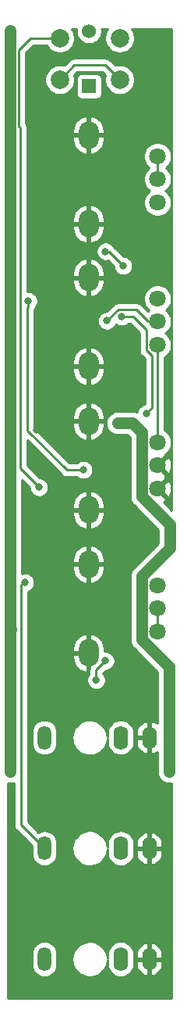
<source format=gbr>
G04 #@! TF.GenerationSoftware,KiCad,Pcbnew,(5.1.5)-3*
G04 #@! TF.CreationDate,2020-07-12T13:51:54+08:00*
G04 #@! TF.ProjectId,Kick-808,4b69636b-2d38-4303-982e-6b696361645f,rev?*
G04 #@! TF.SameCoordinates,Original*
G04 #@! TF.FileFunction,Copper,L1,Top*
G04 #@! TF.FilePolarity,Positive*
%FSLAX46Y46*%
G04 Gerber Fmt 4.6, Leading zero omitted, Abs format (unit mm)*
G04 Created by KiCad (PCBNEW (5.1.5)-3) date 2020-07-12 13:51:54*
%MOMM*%
%LPD*%
G04 APERTURE LIST*
%ADD10O,1.500000X2.600000*%
%ADD11O,1.600000X2.400000*%
%ADD12O,1.600000X2.600000*%
%ADD13O,2.200000X3.000000*%
%ADD14C,1.800000*%
%ADD15R,1.524000X1.524000*%
%ADD16C,1.524000*%
%ADD17C,2.000000*%
%ADD18C,1.000000*%
%ADD19C,0.800000*%
%ADD20C,1.270000*%
%ADD21C,0.254000*%
%ADD22C,0.250000*%
G04 APERTURE END LIST*
D10*
X122080000Y-125857000D03*
D11*
X133480000Y-125857000D03*
D12*
X130380000Y-125857000D03*
D13*
X126873000Y-107087000D03*
D14*
X134373010Y-114387000D03*
X134373010Y-111847000D03*
X134373010Y-109387000D03*
D13*
X126873000Y-116687000D03*
D15*
X126936000Y-55308500D03*
D16*
X126936000Y-49339500D03*
D17*
X130261000Y-50101500D03*
X130261000Y-54601500D03*
X123761000Y-50101500D03*
X123761000Y-54601500D03*
D10*
X122080000Y-149860000D03*
D11*
X133480000Y-149860000D03*
D12*
X130380000Y-149860000D03*
D13*
X126873000Y-91593000D03*
D14*
X134373010Y-98893000D03*
X134373010Y-96353000D03*
X134373010Y-93893000D03*
D13*
X126873000Y-101193000D03*
X126873000Y-76035500D03*
D14*
X134373010Y-83335500D03*
X134373010Y-80795500D03*
X134373010Y-78335500D03*
D13*
X126873000Y-85635500D03*
X126873000Y-60605000D03*
D14*
X134373010Y-67905000D03*
X134373010Y-65365000D03*
X134373010Y-62905000D03*
D13*
X126873000Y-70205000D03*
D10*
X122080000Y-137858000D03*
D11*
X133480000Y-137858000D03*
D12*
X130380000Y-137858000D03*
D18*
X118364000Y-129568000D03*
D19*
X118364000Y-115112800D03*
X118414800Y-114147600D03*
X118364000Y-100076000D03*
X118313200Y-87376000D03*
X118364000Y-88544400D03*
X118364000Y-61010800D03*
X118364000Y-60045600D03*
X118364000Y-49326800D03*
D18*
X118364000Y-127762000D03*
X135636000Y-129540000D03*
X135636000Y-127762000D03*
D19*
X130962400Y-91795600D03*
X130048000Y-91795600D03*
X126339600Y-96875600D03*
X120345200Y-78587600D03*
X130490300Y-80267200D03*
X133146800Y-90779600D03*
X130657600Y-74777600D03*
X128727200Y-73202800D03*
X128727200Y-117551200D03*
X127711200Y-119634000D03*
X119989600Y-109067600D03*
X128879600Y-80721200D03*
X121513600Y-98755200D03*
X132842000Y-103987600D03*
X121513600Y-100177600D03*
X124104400Y-119126000D03*
X122834400Y-56642000D03*
X123748800Y-71170800D03*
X131876800Y-129844800D03*
X127000000Y-129794000D03*
X120700800Y-122936000D03*
X127000000Y-134924800D03*
X130454400Y-60604400D03*
X133807200Y-70764400D03*
X119481600Y-144526000D03*
X120548400Y-66395600D03*
X132080000Y-52781200D03*
X123139200Y-75133200D03*
X122834400Y-92456000D03*
X121208800Y-92506800D03*
X121412000Y-80619600D03*
D20*
X118364000Y-115112800D02*
X118364000Y-100076000D01*
X118364000Y-100076000D02*
X118364000Y-60045600D01*
X118364000Y-60045600D02*
X118364000Y-49285000D01*
X118364000Y-114198400D02*
X118414800Y-114147600D01*
X118364000Y-129568000D02*
X118364000Y-114198400D01*
X135636000Y-129540000D02*
X135636000Y-127762000D01*
X135636000Y-118218000D02*
X135636000Y-127762000D01*
X132638000Y-115220000D02*
X135636000Y-118218000D01*
X132638000Y-108408000D02*
X132638000Y-115220000D01*
X135725000Y-105321000D02*
X132638000Y-108408000D01*
X132638009Y-99725801D02*
X135426608Y-102514400D01*
X130048000Y-91795600D02*
X131622800Y-91795600D01*
X135432800Y-102514400D02*
X135725000Y-102806600D01*
X132638009Y-92810809D02*
X132638009Y-99725801D01*
X135426608Y-102514400D02*
X135432800Y-102514400D01*
X131622800Y-91795600D02*
X132638009Y-92810809D01*
X135725000Y-102806600D02*
X135725000Y-105321000D01*
D21*
X125773915Y-96875600D02*
X126339600Y-96875600D01*
X124501638Y-96875600D02*
X125773915Y-96875600D01*
X120243600Y-92617562D02*
X124501638Y-96875600D01*
X120192800Y-79305685D02*
X120192800Y-82804000D01*
X120345200Y-79153285D02*
X120192800Y-79305685D01*
X120345200Y-78587600D02*
X120345200Y-79153285D01*
X120192800Y-82804000D02*
X120243600Y-92617562D01*
D22*
X133148009Y-81687609D02*
X131727600Y-80267200D01*
X131727600Y-80267200D02*
X130490300Y-80267200D01*
X133146800Y-90728800D02*
X133756400Y-90119200D01*
X133148009Y-83923501D02*
X133148009Y-81687609D01*
X133146800Y-90779600D02*
X133146800Y-90728800D01*
X133756400Y-90119200D02*
X133756400Y-84531892D01*
X133756400Y-84531892D02*
X133148009Y-83923501D01*
X134373000Y-111847000D02*
X134373000Y-114387000D01*
D21*
X130657600Y-74777600D02*
X129082800Y-73202800D01*
X129082800Y-73202800D02*
X128727200Y-73202800D01*
X127711200Y-118567200D02*
X127711200Y-119634000D01*
X128727200Y-117551200D02*
X127711200Y-118567200D01*
X119532400Y-135310400D02*
X122080000Y-137858000D01*
X119837200Y-109067600D02*
X119532400Y-109372400D01*
X119989600Y-109067600D02*
X119837200Y-109067600D01*
X119532400Y-109372400D02*
X119532400Y-135310400D01*
D22*
X134373000Y-62905000D02*
X134373000Y-65365000D01*
X134373000Y-83335500D02*
X134373000Y-93893000D01*
X133373500Y-80795500D02*
X134373000Y-80795500D01*
X132076100Y-79498100D02*
X133373500Y-80795500D01*
X128879600Y-80721200D02*
X130151600Y-79498100D01*
X130151600Y-79498100D02*
X132076100Y-79498100D01*
X125327300Y-53035200D02*
X123761000Y-54601500D01*
X130261000Y-54601500D02*
X128694700Y-53035200D01*
X128694700Y-53035200D02*
X125327300Y-53035200D01*
X120586500Y-50101500D02*
X123761000Y-50101500D01*
X119430800Y-96672400D02*
X119430800Y-59754741D01*
X121513600Y-98755200D02*
X119430800Y-96672400D01*
X119430800Y-59754741D02*
X119324010Y-59647951D01*
X119324010Y-51363990D02*
X120586500Y-50101500D01*
X119324010Y-59647951D02*
X119324010Y-51363990D01*
D21*
G36*
X125539000Y-49201908D02*
G01*
X125539000Y-49477092D01*
X125592686Y-49746990D01*
X125697995Y-50001227D01*
X125850880Y-50230035D01*
X126045465Y-50424620D01*
X126274273Y-50577505D01*
X126528510Y-50682814D01*
X126798408Y-50736500D01*
X127073592Y-50736500D01*
X127343490Y-50682814D01*
X127597727Y-50577505D01*
X127826535Y-50424620D01*
X128021120Y-50230035D01*
X128174005Y-50001227D01*
X128279314Y-49746990D01*
X128333000Y-49477092D01*
X128333000Y-49201908D01*
X128309745Y-49084999D01*
X128973807Y-49084999D01*
X128812082Y-49327037D01*
X128688832Y-49624588D01*
X128626000Y-49940467D01*
X128626000Y-50262533D01*
X128688832Y-50578412D01*
X128812082Y-50875963D01*
X128991013Y-51143752D01*
X129218748Y-51371487D01*
X129486537Y-51550418D01*
X129784088Y-51673668D01*
X130099967Y-51736500D01*
X130422033Y-51736500D01*
X130737912Y-51673668D01*
X131035463Y-51550418D01*
X131303252Y-51371487D01*
X131530987Y-51143752D01*
X131709918Y-50875963D01*
X131833168Y-50578412D01*
X131896000Y-50262533D01*
X131896000Y-49940467D01*
X131833168Y-49624588D01*
X131709918Y-49327037D01*
X131548193Y-49084999D01*
X135925000Y-49084999D01*
X135925000Y-101216742D01*
X135005907Y-100297648D01*
X135024209Y-100291222D01*
X135173802Y-100211261D01*
X135257485Y-99957080D01*
X134373010Y-99072605D01*
X134358868Y-99086748D01*
X134179263Y-98907143D01*
X134193405Y-98893000D01*
X134552615Y-98893000D01*
X135437090Y-99777475D01*
X135691271Y-99693792D01*
X135822168Y-99421225D01*
X135897375Y-99128358D01*
X135914001Y-98826447D01*
X135871407Y-98527093D01*
X135771232Y-98241801D01*
X135691271Y-98092208D01*
X135437090Y-98008525D01*
X134552615Y-98893000D01*
X134193405Y-98893000D01*
X134179263Y-98878858D01*
X134358868Y-98699253D01*
X134373010Y-98713395D01*
X135257485Y-97828920D01*
X135189691Y-97623000D01*
X135257485Y-97417080D01*
X134373010Y-96532605D01*
X134358868Y-96546748D01*
X134179263Y-96367143D01*
X134193405Y-96353000D01*
X134552615Y-96353000D01*
X135437090Y-97237475D01*
X135691271Y-97153792D01*
X135822168Y-96881225D01*
X135897375Y-96588358D01*
X135914001Y-96286447D01*
X135871407Y-95987093D01*
X135771232Y-95701801D01*
X135691271Y-95552208D01*
X135437090Y-95468525D01*
X134552615Y-96353000D01*
X134193405Y-96353000D01*
X134179263Y-96338858D01*
X134358868Y-96159253D01*
X134373010Y-96173395D01*
X135257485Y-95288920D01*
X135219494Y-95173526D01*
X135351515Y-95085312D01*
X135565322Y-94871505D01*
X135733309Y-94620095D01*
X135849021Y-94340743D01*
X135908010Y-94044184D01*
X135908010Y-93741816D01*
X135849021Y-93445257D01*
X135733309Y-93165905D01*
X135565322Y-92914495D01*
X135351515Y-92700688D01*
X135133000Y-92554681D01*
X135133000Y-84673819D01*
X135351515Y-84527812D01*
X135565322Y-84314005D01*
X135733309Y-84062595D01*
X135849021Y-83783243D01*
X135908010Y-83486684D01*
X135908010Y-83184316D01*
X135849021Y-82887757D01*
X135733309Y-82608405D01*
X135565322Y-82356995D01*
X135351515Y-82143188D01*
X135235247Y-82065500D01*
X135351515Y-81987812D01*
X135565322Y-81774005D01*
X135733309Y-81522595D01*
X135849021Y-81243243D01*
X135908010Y-80946684D01*
X135908010Y-80644316D01*
X135849021Y-80347757D01*
X135733309Y-80068405D01*
X135565322Y-79816995D01*
X135351515Y-79603188D01*
X135295111Y-79565500D01*
X135351515Y-79527812D01*
X135565322Y-79314005D01*
X135733309Y-79062595D01*
X135849021Y-78783243D01*
X135908010Y-78486684D01*
X135908010Y-78184316D01*
X135849021Y-77887757D01*
X135733309Y-77608405D01*
X135565322Y-77356995D01*
X135351515Y-77143188D01*
X135100105Y-76975201D01*
X134820753Y-76859489D01*
X134524194Y-76800500D01*
X134221826Y-76800500D01*
X133925267Y-76859489D01*
X133645915Y-76975201D01*
X133394505Y-77143188D01*
X133180698Y-77356995D01*
X133012711Y-77608405D01*
X132896999Y-77887757D01*
X132838010Y-78184316D01*
X132838010Y-78486684D01*
X132896999Y-78783243D01*
X133012711Y-79062595D01*
X133180698Y-79314005D01*
X133394505Y-79527812D01*
X133450909Y-79565500D01*
X133394505Y-79603188D01*
X133325247Y-79672446D01*
X132639904Y-78987103D01*
X132616101Y-78958099D01*
X132500376Y-78863126D01*
X132368347Y-78792554D01*
X132225086Y-78749097D01*
X132113433Y-78738100D01*
X132113422Y-78738100D01*
X132076100Y-78734424D01*
X132038778Y-78738100D01*
X130196398Y-78738100D01*
X130166564Y-78734570D01*
X130121735Y-78738100D01*
X130114267Y-78738100D01*
X130084493Y-78741033D01*
X130017319Y-78746322D01*
X130010092Y-78748360D01*
X130002614Y-78749097D01*
X129938102Y-78768666D01*
X129873234Y-78786963D01*
X129866541Y-78790373D01*
X129859353Y-78792554D01*
X129799894Y-78824336D01*
X129739847Y-78854935D01*
X129733949Y-78859585D01*
X129727324Y-78863126D01*
X129675233Y-78905876D01*
X129651742Y-78924396D01*
X129646358Y-78929573D01*
X129611599Y-78958099D01*
X129592541Y-78981321D01*
X128859481Y-79686200D01*
X128777661Y-79686200D01*
X128577702Y-79725974D01*
X128389344Y-79803995D01*
X128219826Y-79917263D01*
X128075663Y-80061426D01*
X127962395Y-80230944D01*
X127884374Y-80419302D01*
X127844600Y-80619261D01*
X127844600Y-80823139D01*
X127884374Y-81023098D01*
X127962395Y-81211456D01*
X128075663Y-81380974D01*
X128219826Y-81525137D01*
X128389344Y-81638405D01*
X128577702Y-81716426D01*
X128777661Y-81756200D01*
X128981539Y-81756200D01*
X129181498Y-81716426D01*
X129369856Y-81638405D01*
X129539374Y-81525137D01*
X129683537Y-81380974D01*
X129796805Y-81211456D01*
X129849638Y-81083907D01*
X130000044Y-81184405D01*
X130188402Y-81262426D01*
X130388361Y-81302200D01*
X130592239Y-81302200D01*
X130792198Y-81262426D01*
X130980556Y-81184405D01*
X131150074Y-81071137D01*
X131194011Y-81027200D01*
X131412799Y-81027200D01*
X132388010Y-82002412D01*
X132388009Y-83886178D01*
X132384333Y-83923501D01*
X132388009Y-83960823D01*
X132388009Y-83960833D01*
X132399006Y-84072486D01*
X132442463Y-84215747D01*
X132513035Y-84347777D01*
X132541865Y-84382906D01*
X132608008Y-84463502D01*
X132637011Y-84487304D01*
X132996401Y-84846695D01*
X132996400Y-89754239D01*
X132844902Y-89784374D01*
X132656544Y-89862395D01*
X132487026Y-89975663D01*
X132342863Y-90119826D01*
X132229595Y-90289344D01*
X132151574Y-90477702D01*
X132122717Y-90622775D01*
X132111159Y-90616597D01*
X131871763Y-90543977D01*
X131685180Y-90525600D01*
X131685173Y-90525600D01*
X131622800Y-90519457D01*
X131560427Y-90525600D01*
X129985620Y-90525600D01*
X129799037Y-90543977D01*
X129559641Y-90616597D01*
X129339012Y-90734525D01*
X129145630Y-90893230D01*
X128986925Y-91086612D01*
X128868997Y-91307241D01*
X128796377Y-91546637D01*
X128771856Y-91795600D01*
X128796377Y-92044563D01*
X128868997Y-92283959D01*
X128986925Y-92504588D01*
X129145630Y-92697970D01*
X129339012Y-92856675D01*
X129559641Y-92974603D01*
X129799037Y-93047223D01*
X129985620Y-93065600D01*
X131096750Y-93065600D01*
X131368009Y-93336860D01*
X131368010Y-99663418D01*
X131361866Y-99725801D01*
X131386386Y-99974764D01*
X131436019Y-100138379D01*
X131459007Y-100214160D01*
X131576935Y-100434789D01*
X131735640Y-100628171D01*
X131784095Y-100667937D01*
X134455000Y-103338843D01*
X134455001Y-104794948D01*
X131784091Y-107465859D01*
X131735630Y-107505630D01*
X131576925Y-107699013D01*
X131458997Y-107919642D01*
X131386377Y-108159038D01*
X131368000Y-108345621D01*
X131368000Y-108345627D01*
X131361857Y-108408000D01*
X131368000Y-108470373D01*
X131368001Y-115157617D01*
X131361857Y-115220000D01*
X131386377Y-115468963D01*
X131458998Y-115708359D01*
X131576926Y-115928988D01*
X131735631Y-116122370D01*
X131784086Y-116162137D01*
X134366000Y-118744051D01*
X134366001Y-124325951D01*
X134171646Y-124193285D01*
X133911818Y-124082633D01*
X133829039Y-124065096D01*
X133607000Y-124187085D01*
X133607000Y-125730000D01*
X133627000Y-125730000D01*
X133627000Y-125984000D01*
X133607000Y-125984000D01*
X133607000Y-127526915D01*
X133829039Y-127648904D01*
X133911818Y-127631367D01*
X134171646Y-127520715D01*
X134366001Y-127388049D01*
X134366001Y-127699610D01*
X134366000Y-127699620D01*
X134366000Y-129602379D01*
X134384377Y-129788962D01*
X134456997Y-130028358D01*
X134574925Y-130248987D01*
X134733630Y-130442370D01*
X134927012Y-130601075D01*
X135147641Y-130719003D01*
X135387037Y-130791623D01*
X135636000Y-130816144D01*
X135884962Y-130791623D01*
X135925001Y-130779477D01*
X135925001Y-154115000D01*
X118075000Y-154115000D01*
X118075000Y-149241964D01*
X120695000Y-149241964D01*
X120695000Y-150478037D01*
X120715040Y-150681507D01*
X120794236Y-150942581D01*
X120922843Y-151183188D01*
X121095920Y-151394081D01*
X121306813Y-151567157D01*
X121547420Y-151695764D01*
X121808494Y-151774960D01*
X122080000Y-151801701D01*
X122351507Y-151774960D01*
X122612581Y-151695764D01*
X122853188Y-151567157D01*
X123064081Y-151394081D01*
X123237157Y-151183188D01*
X123365764Y-150942581D01*
X123444960Y-150681507D01*
X123465000Y-150478037D01*
X123465000Y-149842013D01*
X125045755Y-149842013D01*
X125096555Y-150248413D01*
X125102091Y-150272822D01*
X125254491Y-150730022D01*
X125259215Y-150742098D01*
X125271630Y-150763678D01*
X125525630Y-151119278D01*
X125546323Y-151141887D01*
X125901923Y-151446687D01*
X125927778Y-151463853D01*
X126334178Y-151667053D01*
X126360172Y-151676669D01*
X126766572Y-151778269D01*
X126797374Y-151782061D01*
X127051374Y-151782061D01*
X127067126Y-151781080D01*
X127473526Y-151730280D01*
X127504941Y-151722178D01*
X128012941Y-151518978D01*
X128026481Y-151512612D01*
X128047077Y-151498625D01*
X128351877Y-151244625D01*
X128372174Y-151223261D01*
X128676974Y-150816861D01*
X128692105Y-150790689D01*
X128844505Y-150435089D01*
X128852308Y-150409968D01*
X128945000Y-149946508D01*
X128945000Y-150430492D01*
X128965764Y-150641309D01*
X129047818Y-150911808D01*
X129181068Y-151161101D01*
X129360393Y-151379608D01*
X129578900Y-151558932D01*
X129828193Y-151692182D01*
X130098692Y-151774236D01*
X130380000Y-151801943D01*
X130661309Y-151774236D01*
X130931808Y-151692182D01*
X131181101Y-151558932D01*
X131399608Y-151379608D01*
X131578932Y-151161101D01*
X131712182Y-150911808D01*
X131794236Y-150641309D01*
X131815000Y-150430492D01*
X131815000Y-149987000D01*
X132045000Y-149987000D01*
X132045000Y-150387000D01*
X132097350Y-150664514D01*
X132202834Y-150926483D01*
X132357399Y-151162839D01*
X132555105Y-151364500D01*
X132788354Y-151523715D01*
X133048182Y-151634367D01*
X133130961Y-151651904D01*
X133353000Y-151529915D01*
X133353000Y-149987000D01*
X133607000Y-149987000D01*
X133607000Y-151529915D01*
X133829039Y-151651904D01*
X133911818Y-151634367D01*
X134171646Y-151523715D01*
X134404895Y-151364500D01*
X134602601Y-151162839D01*
X134757166Y-150926483D01*
X134862650Y-150664514D01*
X134915000Y-150387000D01*
X134915000Y-149987000D01*
X133607000Y-149987000D01*
X133353000Y-149987000D01*
X132045000Y-149987000D01*
X131815000Y-149987000D01*
X131815000Y-149333000D01*
X132045000Y-149333000D01*
X132045000Y-149733000D01*
X133353000Y-149733000D01*
X133353000Y-148190085D01*
X133607000Y-148190085D01*
X133607000Y-149733000D01*
X134915000Y-149733000D01*
X134915000Y-149333000D01*
X134862650Y-149055486D01*
X134757166Y-148793517D01*
X134602601Y-148557161D01*
X134404895Y-148355500D01*
X134171646Y-148196285D01*
X133911818Y-148085633D01*
X133829039Y-148068096D01*
X133607000Y-148190085D01*
X133353000Y-148190085D01*
X133130961Y-148068096D01*
X133048182Y-148085633D01*
X132788354Y-148196285D01*
X132555105Y-148355500D01*
X132357399Y-148557161D01*
X132202834Y-148793517D01*
X132097350Y-149055486D01*
X132045000Y-149333000D01*
X131815000Y-149333000D01*
X131815000Y-149289508D01*
X131794236Y-149078691D01*
X131712182Y-148808192D01*
X131578932Y-148558899D01*
X131399607Y-148340392D01*
X131181100Y-148161068D01*
X130931807Y-148027818D01*
X130661308Y-147945764D01*
X130380000Y-147918057D01*
X130098691Y-147945764D01*
X129828192Y-148027818D01*
X129578899Y-148161068D01*
X129360392Y-148340393D01*
X129181068Y-148558900D01*
X129047818Y-148808193D01*
X128965764Y-149078692D01*
X128945000Y-149289509D01*
X128945000Y-149778165D01*
X128904593Y-149454909D01*
X128897488Y-149426068D01*
X128745088Y-149019668D01*
X128731844Y-148993814D01*
X128528644Y-148689014D01*
X128512777Y-148669658D01*
X128309577Y-148466458D01*
X128299110Y-148457091D01*
X128045110Y-148253891D01*
X128028784Y-148242794D01*
X127673184Y-148039594D01*
X127661381Y-148033642D01*
X127637724Y-148025885D01*
X127180524Y-147924285D01*
X127152974Y-147921261D01*
X127000574Y-147921261D01*
X126984822Y-147922242D01*
X126578422Y-147973042D01*
X126549581Y-147980147D01*
X126143181Y-148132547D01*
X126117327Y-148145791D01*
X125812527Y-148348991D01*
X125793171Y-148364858D01*
X125437571Y-148720458D01*
X125417107Y-148747251D01*
X125213907Y-149102851D01*
X125203691Y-149125700D01*
X125102091Y-149430500D01*
X125096850Y-149452700D01*
X125046050Y-149808300D01*
X125045755Y-149842013D01*
X123465000Y-149842013D01*
X123465000Y-149241963D01*
X123444960Y-149038493D01*
X123365764Y-148777419D01*
X123237157Y-148536812D01*
X123064080Y-148325919D01*
X122853187Y-148152843D01*
X122612580Y-148024236D01*
X122351506Y-147945040D01*
X122080000Y-147918299D01*
X121808493Y-147945040D01*
X121547419Y-148024236D01*
X121306812Y-148152843D01*
X121095919Y-148325920D01*
X120922843Y-148536813D01*
X120794236Y-148777420D01*
X120715040Y-149038494D01*
X120695000Y-149241964D01*
X118075000Y-149241964D01*
X118075000Y-130807478D01*
X118115037Y-130819623D01*
X118364000Y-130844144D01*
X118612962Y-130819623D01*
X118770401Y-130771864D01*
X118770401Y-135272967D01*
X118766714Y-135310400D01*
X118781427Y-135459778D01*
X118824999Y-135603415D01*
X118895755Y-135735792D01*
X118967121Y-135822751D01*
X118990979Y-135851822D01*
X119020049Y-135875679D01*
X120695000Y-137550631D01*
X120695000Y-138476037D01*
X120715040Y-138679507D01*
X120794236Y-138940581D01*
X120922843Y-139181188D01*
X121095920Y-139392081D01*
X121306813Y-139565157D01*
X121547420Y-139693764D01*
X121808494Y-139772960D01*
X122080000Y-139799701D01*
X122351507Y-139772960D01*
X122612581Y-139693764D01*
X122853188Y-139565157D01*
X123064081Y-139392081D01*
X123237157Y-139181188D01*
X123365764Y-138940581D01*
X123444960Y-138679507D01*
X123465000Y-138476037D01*
X123465000Y-137836152D01*
X125045181Y-137836152D01*
X125095981Y-138242552D01*
X125101517Y-138266961D01*
X125253917Y-138724161D01*
X125258641Y-138736237D01*
X125271056Y-138757817D01*
X125525056Y-139113417D01*
X125545749Y-139136026D01*
X125901349Y-139440826D01*
X125927204Y-139457992D01*
X126333604Y-139661192D01*
X126359598Y-139670808D01*
X126765998Y-139772408D01*
X126796800Y-139776200D01*
X127050800Y-139776200D01*
X127066552Y-139775219D01*
X127472952Y-139724419D01*
X127504367Y-139716317D01*
X128012367Y-139513117D01*
X128025907Y-139506751D01*
X128046503Y-139492764D01*
X128351303Y-139238764D01*
X128371600Y-139217400D01*
X128676400Y-138811000D01*
X128691531Y-138784828D01*
X128843931Y-138429228D01*
X128851734Y-138404107D01*
X128945000Y-137937777D01*
X128945000Y-138428492D01*
X128965764Y-138639309D01*
X129047818Y-138909808D01*
X129181068Y-139159101D01*
X129360393Y-139377608D01*
X129578900Y-139556932D01*
X129828193Y-139690182D01*
X130098692Y-139772236D01*
X130380000Y-139799943D01*
X130661309Y-139772236D01*
X130931808Y-139690182D01*
X131181101Y-139556932D01*
X131399608Y-139377608D01*
X131578932Y-139159101D01*
X131712182Y-138909808D01*
X131794236Y-138639309D01*
X131815000Y-138428492D01*
X131815000Y-137985000D01*
X132045000Y-137985000D01*
X132045000Y-138385000D01*
X132097350Y-138662514D01*
X132202834Y-138924483D01*
X132357399Y-139160839D01*
X132555105Y-139362500D01*
X132788354Y-139521715D01*
X133048182Y-139632367D01*
X133130961Y-139649904D01*
X133353000Y-139527915D01*
X133353000Y-137985000D01*
X133607000Y-137985000D01*
X133607000Y-139527915D01*
X133829039Y-139649904D01*
X133911818Y-139632367D01*
X134171646Y-139521715D01*
X134404895Y-139362500D01*
X134602601Y-139160839D01*
X134757166Y-138924483D01*
X134862650Y-138662514D01*
X134915000Y-138385000D01*
X134915000Y-137985000D01*
X133607000Y-137985000D01*
X133353000Y-137985000D01*
X132045000Y-137985000D01*
X131815000Y-137985000D01*
X131815000Y-137331000D01*
X132045000Y-137331000D01*
X132045000Y-137731000D01*
X133353000Y-137731000D01*
X133353000Y-136188085D01*
X133607000Y-136188085D01*
X133607000Y-137731000D01*
X134915000Y-137731000D01*
X134915000Y-137331000D01*
X134862650Y-137053486D01*
X134757166Y-136791517D01*
X134602601Y-136555161D01*
X134404895Y-136353500D01*
X134171646Y-136194285D01*
X133911818Y-136083633D01*
X133829039Y-136066096D01*
X133607000Y-136188085D01*
X133353000Y-136188085D01*
X133130961Y-136066096D01*
X133048182Y-136083633D01*
X132788354Y-136194285D01*
X132555105Y-136353500D01*
X132357399Y-136555161D01*
X132202834Y-136791517D01*
X132097350Y-137053486D01*
X132045000Y-137331000D01*
X131815000Y-137331000D01*
X131815000Y-137287508D01*
X131794236Y-137076691D01*
X131712182Y-136806192D01*
X131578932Y-136556899D01*
X131399607Y-136338392D01*
X131181100Y-136159068D01*
X130931807Y-136025818D01*
X130661308Y-135943764D01*
X130380000Y-135916057D01*
X130098691Y-135943764D01*
X129828192Y-136025818D01*
X129578899Y-136159068D01*
X129360392Y-136338393D01*
X129181068Y-136556900D01*
X129047818Y-136806193D01*
X128965764Y-137076692D01*
X128945000Y-137287509D01*
X128945000Y-137776896D01*
X128904019Y-137449048D01*
X128896914Y-137420207D01*
X128744514Y-137013807D01*
X128731270Y-136987953D01*
X128528070Y-136683153D01*
X128512203Y-136663797D01*
X128309003Y-136460597D01*
X128298536Y-136451230D01*
X128044536Y-136248030D01*
X128028210Y-136236933D01*
X127672610Y-136033733D01*
X127660807Y-136027781D01*
X127637150Y-136020024D01*
X127179950Y-135918424D01*
X127152400Y-135915400D01*
X127000000Y-135915400D01*
X126984248Y-135916381D01*
X126577848Y-135967181D01*
X126549007Y-135974286D01*
X126142607Y-136126686D01*
X126116753Y-136139930D01*
X125811953Y-136343130D01*
X125792597Y-136358997D01*
X125436997Y-136714597D01*
X125416533Y-136741390D01*
X125213333Y-137096990D01*
X125203117Y-137119839D01*
X125101517Y-137424639D01*
X125096276Y-137446839D01*
X125045476Y-137802439D01*
X125045181Y-137836152D01*
X123465000Y-137836152D01*
X123465000Y-137239963D01*
X123444960Y-137036493D01*
X123365764Y-136775419D01*
X123237157Y-136534812D01*
X123064080Y-136323919D01*
X122853187Y-136150843D01*
X122612580Y-136022236D01*
X122351506Y-135943040D01*
X122080000Y-135916299D01*
X121808493Y-135943040D01*
X121547419Y-136022236D01*
X121400432Y-136100802D01*
X120294400Y-134994770D01*
X120294400Y-125238964D01*
X120695000Y-125238964D01*
X120695000Y-126475037D01*
X120715040Y-126678507D01*
X120794236Y-126939581D01*
X120922843Y-127180188D01*
X121095920Y-127391081D01*
X121306813Y-127564157D01*
X121547420Y-127692764D01*
X121808494Y-127771960D01*
X122080000Y-127798701D01*
X122351507Y-127771960D01*
X122612581Y-127692764D01*
X122853188Y-127564157D01*
X123064081Y-127391081D01*
X123237157Y-127180188D01*
X123365764Y-126939581D01*
X123444960Y-126678507D01*
X123465000Y-126475037D01*
X123465000Y-125847352D01*
X125045181Y-125847352D01*
X125095981Y-126253752D01*
X125101517Y-126278161D01*
X125253917Y-126735361D01*
X125258641Y-126747437D01*
X125271056Y-126769017D01*
X125525056Y-127124617D01*
X125545749Y-127147226D01*
X125901349Y-127452026D01*
X125927204Y-127469192D01*
X126333604Y-127672392D01*
X126359598Y-127682008D01*
X126765998Y-127783608D01*
X126796800Y-127787400D01*
X127050800Y-127787400D01*
X127066552Y-127786419D01*
X127472952Y-127735619D01*
X127504367Y-127727517D01*
X128012367Y-127524317D01*
X128025907Y-127517951D01*
X128046503Y-127503964D01*
X128351303Y-127249964D01*
X128371600Y-127228600D01*
X128676400Y-126822200D01*
X128691531Y-126796028D01*
X128843931Y-126440428D01*
X128851734Y-126415307D01*
X128945000Y-125948977D01*
X128945000Y-126427492D01*
X128965764Y-126638309D01*
X129047818Y-126908808D01*
X129181068Y-127158101D01*
X129360393Y-127376608D01*
X129578900Y-127555932D01*
X129828193Y-127689182D01*
X130098692Y-127771236D01*
X130380000Y-127798943D01*
X130661309Y-127771236D01*
X130931808Y-127689182D01*
X131181101Y-127555932D01*
X131399608Y-127376608D01*
X131578932Y-127158101D01*
X131712182Y-126908808D01*
X131794236Y-126638309D01*
X131815000Y-126427492D01*
X131815000Y-125984000D01*
X132045000Y-125984000D01*
X132045000Y-126384000D01*
X132097350Y-126661514D01*
X132202834Y-126923483D01*
X132357399Y-127159839D01*
X132555105Y-127361500D01*
X132788354Y-127520715D01*
X133048182Y-127631367D01*
X133130961Y-127648904D01*
X133353000Y-127526915D01*
X133353000Y-125984000D01*
X132045000Y-125984000D01*
X131815000Y-125984000D01*
X131815000Y-125330000D01*
X132045000Y-125330000D01*
X132045000Y-125730000D01*
X133353000Y-125730000D01*
X133353000Y-124187085D01*
X133130961Y-124065096D01*
X133048182Y-124082633D01*
X132788354Y-124193285D01*
X132555105Y-124352500D01*
X132357399Y-124554161D01*
X132202834Y-124790517D01*
X132097350Y-125052486D01*
X132045000Y-125330000D01*
X131815000Y-125330000D01*
X131815000Y-125286508D01*
X131794236Y-125075691D01*
X131712182Y-124805192D01*
X131578932Y-124555899D01*
X131399607Y-124337392D01*
X131181100Y-124158068D01*
X130931807Y-124024818D01*
X130661308Y-123942764D01*
X130380000Y-123915057D01*
X130098691Y-123942764D01*
X129828192Y-124024818D01*
X129578899Y-124158068D01*
X129360392Y-124337393D01*
X129181068Y-124555900D01*
X129047818Y-124805193D01*
X128965764Y-125075692D01*
X128945000Y-125286509D01*
X128945000Y-125788096D01*
X128904019Y-125460248D01*
X128896914Y-125431407D01*
X128744514Y-125025007D01*
X128731270Y-124999153D01*
X128528070Y-124694353D01*
X128512203Y-124674997D01*
X128309003Y-124471797D01*
X128298536Y-124462430D01*
X128044536Y-124259230D01*
X128028210Y-124248133D01*
X127672610Y-124044933D01*
X127660807Y-124038981D01*
X127637150Y-124031224D01*
X127179950Y-123929624D01*
X127152400Y-123926600D01*
X127000000Y-123926600D01*
X126984248Y-123927581D01*
X126577848Y-123978381D01*
X126549007Y-123985486D01*
X126142607Y-124137886D01*
X126116753Y-124151130D01*
X125811953Y-124354330D01*
X125792597Y-124370197D01*
X125436997Y-124725797D01*
X125416533Y-124752590D01*
X125213333Y-125108190D01*
X125203117Y-125131039D01*
X125101517Y-125435839D01*
X125096276Y-125458039D01*
X125045476Y-125813639D01*
X125045181Y-125847352D01*
X123465000Y-125847352D01*
X123465000Y-125238963D01*
X123444960Y-125035493D01*
X123365764Y-124774419D01*
X123237157Y-124533812D01*
X123064080Y-124322919D01*
X122853187Y-124149843D01*
X122612580Y-124021236D01*
X122351506Y-123942040D01*
X122080000Y-123915299D01*
X121808493Y-123942040D01*
X121547419Y-124021236D01*
X121306812Y-124149843D01*
X121095919Y-124322920D01*
X120922843Y-124533813D01*
X120794236Y-124774420D01*
X120715040Y-125035494D01*
X120695000Y-125238964D01*
X120294400Y-125238964D01*
X120294400Y-119532061D01*
X126676200Y-119532061D01*
X126676200Y-119735939D01*
X126715974Y-119935898D01*
X126793995Y-120124256D01*
X126907263Y-120293774D01*
X127051426Y-120437937D01*
X127220944Y-120551205D01*
X127409302Y-120629226D01*
X127609261Y-120669000D01*
X127813139Y-120669000D01*
X128013098Y-120629226D01*
X128201456Y-120551205D01*
X128370974Y-120437937D01*
X128515137Y-120293774D01*
X128628405Y-120124256D01*
X128706426Y-119935898D01*
X128746200Y-119735939D01*
X128746200Y-119532061D01*
X128706426Y-119332102D01*
X128628405Y-119143744D01*
X128515137Y-118974226D01*
X128473200Y-118932289D01*
X128473200Y-118882830D01*
X128769831Y-118586200D01*
X128829139Y-118586200D01*
X129029098Y-118546426D01*
X129217456Y-118468405D01*
X129386974Y-118355137D01*
X129531137Y-118210974D01*
X129644405Y-118041456D01*
X129722426Y-117853098D01*
X129762200Y-117653139D01*
X129762200Y-117449261D01*
X129722426Y-117249302D01*
X129644405Y-117060944D01*
X129531137Y-116891426D01*
X129386974Y-116747263D01*
X129217456Y-116633995D01*
X129029098Y-116555974D01*
X128829139Y-116516200D01*
X128625261Y-116516200D01*
X128608000Y-116519633D01*
X128608000Y-116160000D01*
X128549886Y-115823959D01*
X128427330Y-115505712D01*
X128245042Y-115217489D01*
X128010027Y-114970367D01*
X127731317Y-114773843D01*
X127419622Y-114635469D01*
X127269122Y-114597825D01*
X127000000Y-114715875D01*
X127000000Y-116560000D01*
X127020000Y-116560000D01*
X127020000Y-116814000D01*
X127000000Y-116814000D01*
X127000000Y-118286706D01*
X126960226Y-118417823D01*
X126949200Y-118529774D01*
X126945514Y-118567200D01*
X126949200Y-118604624D01*
X126949200Y-118932289D01*
X126907263Y-118974226D01*
X126793995Y-119143744D01*
X126715974Y-119332102D01*
X126676200Y-119532061D01*
X120294400Y-119532061D01*
X120294400Y-116814000D01*
X125138000Y-116814000D01*
X125138000Y-117214000D01*
X125196114Y-117550041D01*
X125318670Y-117868288D01*
X125500958Y-118156511D01*
X125735973Y-118403633D01*
X126014683Y-118600157D01*
X126326378Y-118738531D01*
X126476878Y-118776175D01*
X126746000Y-118658125D01*
X126746000Y-116814000D01*
X125138000Y-116814000D01*
X120294400Y-116814000D01*
X120294400Y-116160000D01*
X125138000Y-116160000D01*
X125138000Y-116560000D01*
X126746000Y-116560000D01*
X126746000Y-114715875D01*
X126476878Y-114597825D01*
X126326378Y-114635469D01*
X126014683Y-114773843D01*
X125735973Y-114970367D01*
X125500958Y-115217489D01*
X125318670Y-115505712D01*
X125196114Y-115823959D01*
X125138000Y-116160000D01*
X120294400Y-116160000D01*
X120294400Y-110061624D01*
X120479856Y-109984805D01*
X120649374Y-109871537D01*
X120793537Y-109727374D01*
X120906805Y-109557856D01*
X120984826Y-109369498D01*
X121024600Y-109169539D01*
X121024600Y-108965661D01*
X120984826Y-108765702D01*
X120906805Y-108577344D01*
X120793537Y-108407826D01*
X120649374Y-108263663D01*
X120479856Y-108150395D01*
X120291498Y-108072374D01*
X120091539Y-108032600D01*
X119887661Y-108032600D01*
X119687702Y-108072374D01*
X119634000Y-108094618D01*
X119634000Y-107214000D01*
X125138000Y-107214000D01*
X125138000Y-107614000D01*
X125196114Y-107950041D01*
X125318670Y-108268288D01*
X125500958Y-108556511D01*
X125735973Y-108803633D01*
X126014683Y-109000157D01*
X126326378Y-109138531D01*
X126476878Y-109176175D01*
X126746000Y-109058125D01*
X126746000Y-107214000D01*
X127000000Y-107214000D01*
X127000000Y-109058125D01*
X127269122Y-109176175D01*
X127419622Y-109138531D01*
X127731317Y-109000157D01*
X128010027Y-108803633D01*
X128245042Y-108556511D01*
X128427330Y-108268288D01*
X128549886Y-107950041D01*
X128608000Y-107614000D01*
X128608000Y-107214000D01*
X127000000Y-107214000D01*
X126746000Y-107214000D01*
X125138000Y-107214000D01*
X119634000Y-107214000D01*
X119634000Y-106560000D01*
X125138000Y-106560000D01*
X125138000Y-106960000D01*
X126746000Y-106960000D01*
X126746000Y-105115875D01*
X127000000Y-105115875D01*
X127000000Y-106960000D01*
X128608000Y-106960000D01*
X128608000Y-106560000D01*
X128549886Y-106223959D01*
X128427330Y-105905712D01*
X128245042Y-105617489D01*
X128010027Y-105370367D01*
X127731317Y-105173843D01*
X127419622Y-105035469D01*
X127269122Y-104997825D01*
X127000000Y-105115875D01*
X126746000Y-105115875D01*
X126476878Y-104997825D01*
X126326378Y-105035469D01*
X126014683Y-105173843D01*
X125735973Y-105370367D01*
X125500958Y-105617489D01*
X125318670Y-105905712D01*
X125196114Y-106223959D01*
X125138000Y-106560000D01*
X119634000Y-106560000D01*
X119634000Y-101320000D01*
X125138000Y-101320000D01*
X125138000Y-101720000D01*
X125196114Y-102056041D01*
X125318670Y-102374288D01*
X125500958Y-102662511D01*
X125735973Y-102909633D01*
X126014683Y-103106157D01*
X126326378Y-103244531D01*
X126476878Y-103282175D01*
X126746000Y-103164125D01*
X126746000Y-101320000D01*
X127000000Y-101320000D01*
X127000000Y-103164125D01*
X127269122Y-103282175D01*
X127419622Y-103244531D01*
X127731317Y-103106157D01*
X128010027Y-102909633D01*
X128245042Y-102662511D01*
X128427330Y-102374288D01*
X128549886Y-102056041D01*
X128608000Y-101720000D01*
X128608000Y-101320000D01*
X127000000Y-101320000D01*
X126746000Y-101320000D01*
X125138000Y-101320000D01*
X119634000Y-101320000D01*
X119634000Y-100666000D01*
X125138000Y-100666000D01*
X125138000Y-101066000D01*
X126746000Y-101066000D01*
X126746000Y-99221875D01*
X127000000Y-99221875D01*
X127000000Y-101066000D01*
X128608000Y-101066000D01*
X128608000Y-100666000D01*
X128549886Y-100329959D01*
X128427330Y-100011712D01*
X128245042Y-99723489D01*
X128010027Y-99476367D01*
X127731317Y-99279843D01*
X127419622Y-99141469D01*
X127269122Y-99103825D01*
X127000000Y-99221875D01*
X126746000Y-99221875D01*
X126476878Y-99103825D01*
X126326378Y-99141469D01*
X126014683Y-99279843D01*
X125735973Y-99476367D01*
X125500958Y-99723489D01*
X125318670Y-100011712D01*
X125196114Y-100329959D01*
X125138000Y-100666000D01*
X119634000Y-100666000D01*
X119634000Y-97950401D01*
X120478600Y-98795002D01*
X120478600Y-98857139D01*
X120518374Y-99057098D01*
X120596395Y-99245456D01*
X120709663Y-99414974D01*
X120853826Y-99559137D01*
X121023344Y-99672405D01*
X121211702Y-99750426D01*
X121411661Y-99790200D01*
X121615539Y-99790200D01*
X121815498Y-99750426D01*
X122003856Y-99672405D01*
X122173374Y-99559137D01*
X122317537Y-99414974D01*
X122430805Y-99245456D01*
X122508826Y-99057098D01*
X122548600Y-98857139D01*
X122548600Y-98653261D01*
X122508826Y-98453302D01*
X122430805Y-98264944D01*
X122317537Y-98095426D01*
X122173374Y-97951263D01*
X122003856Y-97837995D01*
X121815498Y-97759974D01*
X121615539Y-97720200D01*
X121553402Y-97720200D01*
X120190800Y-96357599D01*
X120190800Y-93642392D01*
X123936359Y-97387952D01*
X123960216Y-97417022D01*
X124076246Y-97512245D01*
X124208623Y-97583002D01*
X124352260Y-97626574D01*
X124464212Y-97637600D01*
X124464214Y-97637600D01*
X124501637Y-97641286D01*
X124539060Y-97637600D01*
X125637889Y-97637600D01*
X125679826Y-97679537D01*
X125849344Y-97792805D01*
X126037702Y-97870826D01*
X126237661Y-97910600D01*
X126441539Y-97910600D01*
X126641498Y-97870826D01*
X126829856Y-97792805D01*
X126999374Y-97679537D01*
X127143537Y-97535374D01*
X127256805Y-97365856D01*
X127334826Y-97177498D01*
X127374600Y-96977539D01*
X127374600Y-96773661D01*
X127334826Y-96573702D01*
X127256805Y-96385344D01*
X127143537Y-96215826D01*
X126999374Y-96071663D01*
X126829856Y-95958395D01*
X126641498Y-95880374D01*
X126441539Y-95840600D01*
X126237661Y-95840600D01*
X126037702Y-95880374D01*
X125849344Y-95958395D01*
X125679826Y-96071663D01*
X125637889Y-96113600D01*
X124817269Y-96113600D01*
X121003967Y-92300299D01*
X121000964Y-91720000D01*
X125138000Y-91720000D01*
X125138000Y-92120000D01*
X125196114Y-92456041D01*
X125318670Y-92774288D01*
X125500958Y-93062511D01*
X125735973Y-93309633D01*
X126014683Y-93506157D01*
X126326378Y-93644531D01*
X126476878Y-93682175D01*
X126746000Y-93564125D01*
X126746000Y-91720000D01*
X127000000Y-91720000D01*
X127000000Y-93564125D01*
X127269122Y-93682175D01*
X127419622Y-93644531D01*
X127731317Y-93506157D01*
X128010027Y-93309633D01*
X128245042Y-93062511D01*
X128427330Y-92774288D01*
X128549886Y-92456041D01*
X128608000Y-92120000D01*
X128608000Y-91720000D01*
X127000000Y-91720000D01*
X126746000Y-91720000D01*
X125138000Y-91720000D01*
X121000964Y-91720000D01*
X120997579Y-91066000D01*
X125138000Y-91066000D01*
X125138000Y-91466000D01*
X126746000Y-91466000D01*
X126746000Y-89621875D01*
X127000000Y-89621875D01*
X127000000Y-91466000D01*
X128608000Y-91466000D01*
X128608000Y-91066000D01*
X128549886Y-90729959D01*
X128427330Y-90411712D01*
X128245042Y-90123489D01*
X128010027Y-89876367D01*
X127731317Y-89679843D01*
X127419622Y-89541469D01*
X127269122Y-89503825D01*
X127000000Y-89621875D01*
X126746000Y-89621875D01*
X126476878Y-89503825D01*
X126326378Y-89541469D01*
X126014683Y-89679843D01*
X125735973Y-89876367D01*
X125500958Y-90123489D01*
X125318670Y-90411712D01*
X125196114Y-90729959D01*
X125138000Y-91066000D01*
X120997579Y-91066000D01*
X120970126Y-85762500D01*
X125138000Y-85762500D01*
X125138000Y-86162500D01*
X125196114Y-86498541D01*
X125318670Y-86816788D01*
X125500958Y-87105011D01*
X125735973Y-87352133D01*
X126014683Y-87548657D01*
X126326378Y-87687031D01*
X126476878Y-87724675D01*
X126746000Y-87606625D01*
X126746000Y-85762500D01*
X127000000Y-85762500D01*
X127000000Y-87606625D01*
X127269122Y-87724675D01*
X127419622Y-87687031D01*
X127731317Y-87548657D01*
X128010027Y-87352133D01*
X128245042Y-87105011D01*
X128427330Y-86816788D01*
X128549886Y-86498541D01*
X128608000Y-86162500D01*
X128608000Y-85762500D01*
X127000000Y-85762500D01*
X126746000Y-85762500D01*
X125138000Y-85762500D01*
X120970126Y-85762500D01*
X120966741Y-85108500D01*
X125138000Y-85108500D01*
X125138000Y-85508500D01*
X126746000Y-85508500D01*
X126746000Y-83664375D01*
X127000000Y-83664375D01*
X127000000Y-85508500D01*
X128608000Y-85508500D01*
X128608000Y-85108500D01*
X128549886Y-84772459D01*
X128427330Y-84454212D01*
X128245042Y-84165989D01*
X128010027Y-83918867D01*
X127731317Y-83722343D01*
X127419622Y-83583969D01*
X127269122Y-83546325D01*
X127000000Y-83664375D01*
X126746000Y-83664375D01*
X126476878Y-83546325D01*
X126326378Y-83583969D01*
X126014683Y-83722343D01*
X125735973Y-83918867D01*
X125500958Y-84165989D01*
X125318670Y-84454212D01*
X125196114Y-84772459D01*
X125138000Y-85108500D01*
X120966741Y-85108500D01*
X120954800Y-82802040D01*
X120954800Y-79611632D01*
X120981845Y-79578677D01*
X121052602Y-79446300D01*
X121096174Y-79302663D01*
X121096428Y-79300083D01*
X121149137Y-79247374D01*
X121262405Y-79077856D01*
X121340426Y-78889498D01*
X121380200Y-78689539D01*
X121380200Y-78485661D01*
X121340426Y-78285702D01*
X121262405Y-78097344D01*
X121149137Y-77927826D01*
X121004974Y-77783663D01*
X120835456Y-77670395D01*
X120647098Y-77592374D01*
X120447139Y-77552600D01*
X120243261Y-77552600D01*
X120190800Y-77563035D01*
X120190800Y-76162500D01*
X125138000Y-76162500D01*
X125138000Y-76562500D01*
X125196114Y-76898541D01*
X125318670Y-77216788D01*
X125500958Y-77505011D01*
X125735973Y-77752133D01*
X126014683Y-77948657D01*
X126326378Y-78087031D01*
X126476878Y-78124675D01*
X126746000Y-78006625D01*
X126746000Y-76162500D01*
X127000000Y-76162500D01*
X127000000Y-78006625D01*
X127269122Y-78124675D01*
X127419622Y-78087031D01*
X127731317Y-77948657D01*
X128010027Y-77752133D01*
X128245042Y-77505011D01*
X128427330Y-77216788D01*
X128549886Y-76898541D01*
X128608000Y-76562500D01*
X128608000Y-76162500D01*
X127000000Y-76162500D01*
X126746000Y-76162500D01*
X125138000Y-76162500D01*
X120190800Y-76162500D01*
X120190800Y-75508500D01*
X125138000Y-75508500D01*
X125138000Y-75908500D01*
X126746000Y-75908500D01*
X126746000Y-74064375D01*
X127000000Y-74064375D01*
X127000000Y-75908500D01*
X128608000Y-75908500D01*
X128608000Y-75508500D01*
X128549886Y-75172459D01*
X128427330Y-74854212D01*
X128245042Y-74565989D01*
X128010027Y-74318867D01*
X127731317Y-74122343D01*
X127419622Y-73983969D01*
X127269122Y-73946325D01*
X127000000Y-74064375D01*
X126746000Y-74064375D01*
X126476878Y-73946325D01*
X126326378Y-73983969D01*
X126014683Y-74122343D01*
X125735973Y-74318867D01*
X125500958Y-74565989D01*
X125318670Y-74854212D01*
X125196114Y-75172459D01*
X125138000Y-75508500D01*
X120190800Y-75508500D01*
X120190800Y-73100861D01*
X127692200Y-73100861D01*
X127692200Y-73304739D01*
X127731974Y-73504698D01*
X127809995Y-73693056D01*
X127923263Y-73862574D01*
X128067426Y-74006737D01*
X128236944Y-74120005D01*
X128425302Y-74198026D01*
X128625261Y-74237800D01*
X128829139Y-74237800D01*
X129005158Y-74202788D01*
X129622600Y-74820230D01*
X129622600Y-74879539D01*
X129662374Y-75079498D01*
X129740395Y-75267856D01*
X129853663Y-75437374D01*
X129997826Y-75581537D01*
X130167344Y-75694805D01*
X130355702Y-75772826D01*
X130555661Y-75812600D01*
X130759539Y-75812600D01*
X130959498Y-75772826D01*
X131147856Y-75694805D01*
X131317374Y-75581537D01*
X131461537Y-75437374D01*
X131574805Y-75267856D01*
X131652826Y-75079498D01*
X131692600Y-74879539D01*
X131692600Y-74675661D01*
X131652826Y-74475702D01*
X131574805Y-74287344D01*
X131461537Y-74117826D01*
X131317374Y-73973663D01*
X131147856Y-73860395D01*
X130959498Y-73782374D01*
X130759539Y-73742600D01*
X130700230Y-73742600D01*
X129648084Y-72690454D01*
X129624222Y-72661378D01*
X129593213Y-72635930D01*
X129531137Y-72543026D01*
X129386974Y-72398863D01*
X129217456Y-72285595D01*
X129029098Y-72207574D01*
X128829139Y-72167800D01*
X128625261Y-72167800D01*
X128425302Y-72207574D01*
X128236944Y-72285595D01*
X128067426Y-72398863D01*
X127923263Y-72543026D01*
X127809995Y-72712544D01*
X127731974Y-72900902D01*
X127692200Y-73100861D01*
X120190800Y-73100861D01*
X120190800Y-70332000D01*
X125138000Y-70332000D01*
X125138000Y-70732000D01*
X125196114Y-71068041D01*
X125318670Y-71386288D01*
X125500958Y-71674511D01*
X125735973Y-71921633D01*
X126014683Y-72118157D01*
X126326378Y-72256531D01*
X126476878Y-72294175D01*
X126746000Y-72176125D01*
X126746000Y-70332000D01*
X127000000Y-70332000D01*
X127000000Y-72176125D01*
X127269122Y-72294175D01*
X127419622Y-72256531D01*
X127731317Y-72118157D01*
X128010027Y-71921633D01*
X128245042Y-71674511D01*
X128427330Y-71386288D01*
X128549886Y-71068041D01*
X128608000Y-70732000D01*
X128608000Y-70332000D01*
X127000000Y-70332000D01*
X126746000Y-70332000D01*
X125138000Y-70332000D01*
X120190800Y-70332000D01*
X120190800Y-69678000D01*
X125138000Y-69678000D01*
X125138000Y-70078000D01*
X126746000Y-70078000D01*
X126746000Y-68233875D01*
X127000000Y-68233875D01*
X127000000Y-70078000D01*
X128608000Y-70078000D01*
X128608000Y-69678000D01*
X128549886Y-69341959D01*
X128427330Y-69023712D01*
X128245042Y-68735489D01*
X128010027Y-68488367D01*
X127731317Y-68291843D01*
X127419622Y-68153469D01*
X127269122Y-68115825D01*
X127000000Y-68233875D01*
X126746000Y-68233875D01*
X126476878Y-68115825D01*
X126326378Y-68153469D01*
X126014683Y-68291843D01*
X125735973Y-68488367D01*
X125500958Y-68735489D01*
X125318670Y-69023712D01*
X125196114Y-69341959D01*
X125138000Y-69678000D01*
X120190800Y-69678000D01*
X120190800Y-62753816D01*
X132838010Y-62753816D01*
X132838010Y-63056184D01*
X132896999Y-63352743D01*
X133012711Y-63632095D01*
X133180698Y-63883505D01*
X133394505Y-64097312D01*
X133450909Y-64135000D01*
X133394505Y-64172688D01*
X133180698Y-64386495D01*
X133012711Y-64637905D01*
X132896999Y-64917257D01*
X132838010Y-65213816D01*
X132838010Y-65516184D01*
X132896999Y-65812743D01*
X133012711Y-66092095D01*
X133180698Y-66343505D01*
X133394505Y-66557312D01*
X133510773Y-66635000D01*
X133394505Y-66712688D01*
X133180698Y-66926495D01*
X133012711Y-67177905D01*
X132896999Y-67457257D01*
X132838010Y-67753816D01*
X132838010Y-68056184D01*
X132896999Y-68352743D01*
X133012711Y-68632095D01*
X133180698Y-68883505D01*
X133394505Y-69097312D01*
X133645915Y-69265299D01*
X133925267Y-69381011D01*
X134221826Y-69440000D01*
X134524194Y-69440000D01*
X134820753Y-69381011D01*
X135100105Y-69265299D01*
X135351515Y-69097312D01*
X135565322Y-68883505D01*
X135733309Y-68632095D01*
X135849021Y-68352743D01*
X135908010Y-68056184D01*
X135908010Y-67753816D01*
X135849021Y-67457257D01*
X135733309Y-67177905D01*
X135565322Y-66926495D01*
X135351515Y-66712688D01*
X135235247Y-66635000D01*
X135351515Y-66557312D01*
X135565322Y-66343505D01*
X135733309Y-66092095D01*
X135849021Y-65812743D01*
X135908010Y-65516184D01*
X135908010Y-65213816D01*
X135849021Y-64917257D01*
X135733309Y-64637905D01*
X135565322Y-64386495D01*
X135351515Y-64172688D01*
X135295111Y-64135000D01*
X135351515Y-64097312D01*
X135565322Y-63883505D01*
X135733309Y-63632095D01*
X135849021Y-63352743D01*
X135908010Y-63056184D01*
X135908010Y-62753816D01*
X135849021Y-62457257D01*
X135733309Y-62177905D01*
X135565322Y-61926495D01*
X135351515Y-61712688D01*
X135100105Y-61544701D01*
X134820753Y-61428989D01*
X134524194Y-61370000D01*
X134221826Y-61370000D01*
X133925267Y-61428989D01*
X133645915Y-61544701D01*
X133394505Y-61712688D01*
X133180698Y-61926495D01*
X133012711Y-62177905D01*
X132896999Y-62457257D01*
X132838010Y-62753816D01*
X120190800Y-62753816D01*
X120190800Y-60732000D01*
X125138000Y-60732000D01*
X125138000Y-61132000D01*
X125196114Y-61468041D01*
X125318670Y-61786288D01*
X125500958Y-62074511D01*
X125735973Y-62321633D01*
X126014683Y-62518157D01*
X126326378Y-62656531D01*
X126476878Y-62694175D01*
X126746000Y-62576125D01*
X126746000Y-60732000D01*
X127000000Y-60732000D01*
X127000000Y-62576125D01*
X127269122Y-62694175D01*
X127419622Y-62656531D01*
X127731317Y-62518157D01*
X128010027Y-62321633D01*
X128245042Y-62074511D01*
X128427330Y-61786288D01*
X128549886Y-61468041D01*
X128608000Y-61132000D01*
X128608000Y-60732000D01*
X127000000Y-60732000D01*
X126746000Y-60732000D01*
X125138000Y-60732000D01*
X120190800Y-60732000D01*
X120190800Y-60078000D01*
X125138000Y-60078000D01*
X125138000Y-60478000D01*
X126746000Y-60478000D01*
X126746000Y-58633875D01*
X127000000Y-58633875D01*
X127000000Y-60478000D01*
X128608000Y-60478000D01*
X128608000Y-60078000D01*
X128549886Y-59741959D01*
X128427330Y-59423712D01*
X128245042Y-59135489D01*
X128010027Y-58888367D01*
X127731317Y-58691843D01*
X127419622Y-58553469D01*
X127269122Y-58515825D01*
X127000000Y-58633875D01*
X126746000Y-58633875D01*
X126476878Y-58515825D01*
X126326378Y-58553469D01*
X126014683Y-58691843D01*
X125735973Y-58888367D01*
X125500958Y-59135489D01*
X125318670Y-59423712D01*
X125196114Y-59741959D01*
X125138000Y-60078000D01*
X120190800Y-60078000D01*
X120190800Y-59792064D01*
X120194476Y-59754741D01*
X120190800Y-59717419D01*
X120190800Y-59717408D01*
X120179803Y-59605755D01*
X120136346Y-59462494D01*
X120084010Y-59364582D01*
X120084010Y-54440467D01*
X122126000Y-54440467D01*
X122126000Y-54762533D01*
X122188832Y-55078412D01*
X122312082Y-55375963D01*
X122491013Y-55643752D01*
X122718748Y-55871487D01*
X122986537Y-56050418D01*
X123284088Y-56173668D01*
X123599967Y-56236500D01*
X123922033Y-56236500D01*
X124237912Y-56173668D01*
X124535463Y-56050418D01*
X124803252Y-55871487D01*
X125030987Y-55643752D01*
X125209918Y-55375963D01*
X125333168Y-55078412D01*
X125396000Y-54762533D01*
X125396000Y-54546500D01*
X125535928Y-54546500D01*
X125535928Y-56070500D01*
X125548188Y-56194982D01*
X125584498Y-56314680D01*
X125643463Y-56424994D01*
X125722815Y-56521685D01*
X125819506Y-56601037D01*
X125929820Y-56660002D01*
X126049518Y-56696312D01*
X126174000Y-56708572D01*
X127698000Y-56708572D01*
X127822482Y-56696312D01*
X127942180Y-56660002D01*
X128052494Y-56601037D01*
X128149185Y-56521685D01*
X128228537Y-56424994D01*
X128287502Y-56314680D01*
X128323812Y-56194982D01*
X128336072Y-56070500D01*
X128336072Y-54546500D01*
X128323812Y-54422018D01*
X128287502Y-54302320D01*
X128228537Y-54192006D01*
X128149185Y-54095315D01*
X128052494Y-54015963D01*
X127942180Y-53956998D01*
X127822482Y-53920688D01*
X127698000Y-53908428D01*
X126174000Y-53908428D01*
X126049518Y-53920688D01*
X125929820Y-53956998D01*
X125819506Y-54015963D01*
X125722815Y-54095315D01*
X125643463Y-54192006D01*
X125584498Y-54302320D01*
X125548188Y-54422018D01*
X125535928Y-54546500D01*
X125396000Y-54546500D01*
X125396000Y-54440467D01*
X125333168Y-54124588D01*
X125327177Y-54110125D01*
X125642102Y-53795200D01*
X128379899Y-53795200D01*
X128694823Y-54110124D01*
X128688832Y-54124588D01*
X128626000Y-54440467D01*
X128626000Y-54762533D01*
X128688832Y-55078412D01*
X128812082Y-55375963D01*
X128991013Y-55643752D01*
X129218748Y-55871487D01*
X129486537Y-56050418D01*
X129784088Y-56173668D01*
X130099967Y-56236500D01*
X130422033Y-56236500D01*
X130737912Y-56173668D01*
X131035463Y-56050418D01*
X131303252Y-55871487D01*
X131530987Y-55643752D01*
X131709918Y-55375963D01*
X131833168Y-55078412D01*
X131896000Y-54762533D01*
X131896000Y-54440467D01*
X131833168Y-54124588D01*
X131709918Y-53827037D01*
X131530987Y-53559248D01*
X131303252Y-53331513D01*
X131035463Y-53152582D01*
X130737912Y-53029332D01*
X130422033Y-52966500D01*
X130099967Y-52966500D01*
X129784088Y-53029332D01*
X129769624Y-53035323D01*
X129258504Y-52524203D01*
X129234701Y-52495199D01*
X129118976Y-52400226D01*
X128986947Y-52329654D01*
X128843686Y-52286197D01*
X128732033Y-52275200D01*
X128732022Y-52275200D01*
X128694700Y-52271524D01*
X128657378Y-52275200D01*
X125364625Y-52275200D01*
X125327300Y-52271524D01*
X125289975Y-52275200D01*
X125289967Y-52275200D01*
X125178314Y-52286197D01*
X125035053Y-52329654D01*
X124903024Y-52400226D01*
X124787299Y-52495199D01*
X124763501Y-52524197D01*
X124252375Y-53035323D01*
X124237912Y-53029332D01*
X123922033Y-52966500D01*
X123599967Y-52966500D01*
X123284088Y-53029332D01*
X122986537Y-53152582D01*
X122718748Y-53331513D01*
X122491013Y-53559248D01*
X122312082Y-53827037D01*
X122188832Y-54124588D01*
X122126000Y-54440467D01*
X120084010Y-54440467D01*
X120084010Y-51678791D01*
X120901303Y-50861500D01*
X122306091Y-50861500D01*
X122312082Y-50875963D01*
X122491013Y-51143752D01*
X122718748Y-51371487D01*
X122986537Y-51550418D01*
X123284088Y-51673668D01*
X123599967Y-51736500D01*
X123922033Y-51736500D01*
X124237912Y-51673668D01*
X124535463Y-51550418D01*
X124803252Y-51371487D01*
X125030987Y-51143752D01*
X125209918Y-50875963D01*
X125333168Y-50578412D01*
X125396000Y-50262533D01*
X125396000Y-49940467D01*
X125333168Y-49624588D01*
X125209918Y-49327037D01*
X125048193Y-49084999D01*
X125562255Y-49084999D01*
X125539000Y-49201908D01*
G37*
X125539000Y-49201908D02*
X125539000Y-49477092D01*
X125592686Y-49746990D01*
X125697995Y-50001227D01*
X125850880Y-50230035D01*
X126045465Y-50424620D01*
X126274273Y-50577505D01*
X126528510Y-50682814D01*
X126798408Y-50736500D01*
X127073592Y-50736500D01*
X127343490Y-50682814D01*
X127597727Y-50577505D01*
X127826535Y-50424620D01*
X128021120Y-50230035D01*
X128174005Y-50001227D01*
X128279314Y-49746990D01*
X128333000Y-49477092D01*
X128333000Y-49201908D01*
X128309745Y-49084999D01*
X128973807Y-49084999D01*
X128812082Y-49327037D01*
X128688832Y-49624588D01*
X128626000Y-49940467D01*
X128626000Y-50262533D01*
X128688832Y-50578412D01*
X128812082Y-50875963D01*
X128991013Y-51143752D01*
X129218748Y-51371487D01*
X129486537Y-51550418D01*
X129784088Y-51673668D01*
X130099967Y-51736500D01*
X130422033Y-51736500D01*
X130737912Y-51673668D01*
X131035463Y-51550418D01*
X131303252Y-51371487D01*
X131530987Y-51143752D01*
X131709918Y-50875963D01*
X131833168Y-50578412D01*
X131896000Y-50262533D01*
X131896000Y-49940467D01*
X131833168Y-49624588D01*
X131709918Y-49327037D01*
X131548193Y-49084999D01*
X135925000Y-49084999D01*
X135925000Y-101216742D01*
X135005907Y-100297648D01*
X135024209Y-100291222D01*
X135173802Y-100211261D01*
X135257485Y-99957080D01*
X134373010Y-99072605D01*
X134358868Y-99086748D01*
X134179263Y-98907143D01*
X134193405Y-98893000D01*
X134552615Y-98893000D01*
X135437090Y-99777475D01*
X135691271Y-99693792D01*
X135822168Y-99421225D01*
X135897375Y-99128358D01*
X135914001Y-98826447D01*
X135871407Y-98527093D01*
X135771232Y-98241801D01*
X135691271Y-98092208D01*
X135437090Y-98008525D01*
X134552615Y-98893000D01*
X134193405Y-98893000D01*
X134179263Y-98878858D01*
X134358868Y-98699253D01*
X134373010Y-98713395D01*
X135257485Y-97828920D01*
X135189691Y-97623000D01*
X135257485Y-97417080D01*
X134373010Y-96532605D01*
X134358868Y-96546748D01*
X134179263Y-96367143D01*
X134193405Y-96353000D01*
X134552615Y-96353000D01*
X135437090Y-97237475D01*
X135691271Y-97153792D01*
X135822168Y-96881225D01*
X135897375Y-96588358D01*
X135914001Y-96286447D01*
X135871407Y-95987093D01*
X135771232Y-95701801D01*
X135691271Y-95552208D01*
X135437090Y-95468525D01*
X134552615Y-96353000D01*
X134193405Y-96353000D01*
X134179263Y-96338858D01*
X134358868Y-96159253D01*
X134373010Y-96173395D01*
X135257485Y-95288920D01*
X135219494Y-95173526D01*
X135351515Y-95085312D01*
X135565322Y-94871505D01*
X135733309Y-94620095D01*
X135849021Y-94340743D01*
X135908010Y-94044184D01*
X135908010Y-93741816D01*
X135849021Y-93445257D01*
X135733309Y-93165905D01*
X135565322Y-92914495D01*
X135351515Y-92700688D01*
X135133000Y-92554681D01*
X135133000Y-84673819D01*
X135351515Y-84527812D01*
X135565322Y-84314005D01*
X135733309Y-84062595D01*
X135849021Y-83783243D01*
X135908010Y-83486684D01*
X135908010Y-83184316D01*
X135849021Y-82887757D01*
X135733309Y-82608405D01*
X135565322Y-82356995D01*
X135351515Y-82143188D01*
X135235247Y-82065500D01*
X135351515Y-81987812D01*
X135565322Y-81774005D01*
X135733309Y-81522595D01*
X135849021Y-81243243D01*
X135908010Y-80946684D01*
X135908010Y-80644316D01*
X135849021Y-80347757D01*
X135733309Y-80068405D01*
X135565322Y-79816995D01*
X135351515Y-79603188D01*
X135295111Y-79565500D01*
X135351515Y-79527812D01*
X135565322Y-79314005D01*
X135733309Y-79062595D01*
X135849021Y-78783243D01*
X135908010Y-78486684D01*
X135908010Y-78184316D01*
X135849021Y-77887757D01*
X135733309Y-77608405D01*
X135565322Y-77356995D01*
X135351515Y-77143188D01*
X135100105Y-76975201D01*
X134820753Y-76859489D01*
X134524194Y-76800500D01*
X134221826Y-76800500D01*
X133925267Y-76859489D01*
X133645915Y-76975201D01*
X133394505Y-77143188D01*
X133180698Y-77356995D01*
X133012711Y-77608405D01*
X132896999Y-77887757D01*
X132838010Y-78184316D01*
X132838010Y-78486684D01*
X132896999Y-78783243D01*
X133012711Y-79062595D01*
X133180698Y-79314005D01*
X133394505Y-79527812D01*
X133450909Y-79565500D01*
X133394505Y-79603188D01*
X133325247Y-79672446D01*
X132639904Y-78987103D01*
X132616101Y-78958099D01*
X132500376Y-78863126D01*
X132368347Y-78792554D01*
X132225086Y-78749097D01*
X132113433Y-78738100D01*
X132113422Y-78738100D01*
X132076100Y-78734424D01*
X132038778Y-78738100D01*
X130196398Y-78738100D01*
X130166564Y-78734570D01*
X130121735Y-78738100D01*
X130114267Y-78738100D01*
X130084493Y-78741033D01*
X130017319Y-78746322D01*
X130010092Y-78748360D01*
X130002614Y-78749097D01*
X129938102Y-78768666D01*
X129873234Y-78786963D01*
X129866541Y-78790373D01*
X129859353Y-78792554D01*
X129799894Y-78824336D01*
X129739847Y-78854935D01*
X129733949Y-78859585D01*
X129727324Y-78863126D01*
X129675233Y-78905876D01*
X129651742Y-78924396D01*
X129646358Y-78929573D01*
X129611599Y-78958099D01*
X129592541Y-78981321D01*
X128859481Y-79686200D01*
X128777661Y-79686200D01*
X128577702Y-79725974D01*
X128389344Y-79803995D01*
X128219826Y-79917263D01*
X128075663Y-80061426D01*
X127962395Y-80230944D01*
X127884374Y-80419302D01*
X127844600Y-80619261D01*
X127844600Y-80823139D01*
X127884374Y-81023098D01*
X127962395Y-81211456D01*
X128075663Y-81380974D01*
X128219826Y-81525137D01*
X128389344Y-81638405D01*
X128577702Y-81716426D01*
X128777661Y-81756200D01*
X128981539Y-81756200D01*
X129181498Y-81716426D01*
X129369856Y-81638405D01*
X129539374Y-81525137D01*
X129683537Y-81380974D01*
X129796805Y-81211456D01*
X129849638Y-81083907D01*
X130000044Y-81184405D01*
X130188402Y-81262426D01*
X130388361Y-81302200D01*
X130592239Y-81302200D01*
X130792198Y-81262426D01*
X130980556Y-81184405D01*
X131150074Y-81071137D01*
X131194011Y-81027200D01*
X131412799Y-81027200D01*
X132388010Y-82002412D01*
X132388009Y-83886178D01*
X132384333Y-83923501D01*
X132388009Y-83960823D01*
X132388009Y-83960833D01*
X132399006Y-84072486D01*
X132442463Y-84215747D01*
X132513035Y-84347777D01*
X132541865Y-84382906D01*
X132608008Y-84463502D01*
X132637011Y-84487304D01*
X132996401Y-84846695D01*
X132996400Y-89754239D01*
X132844902Y-89784374D01*
X132656544Y-89862395D01*
X132487026Y-89975663D01*
X132342863Y-90119826D01*
X132229595Y-90289344D01*
X132151574Y-90477702D01*
X132122717Y-90622775D01*
X132111159Y-90616597D01*
X131871763Y-90543977D01*
X131685180Y-90525600D01*
X131685173Y-90525600D01*
X131622800Y-90519457D01*
X131560427Y-90525600D01*
X129985620Y-90525600D01*
X129799037Y-90543977D01*
X129559641Y-90616597D01*
X129339012Y-90734525D01*
X129145630Y-90893230D01*
X128986925Y-91086612D01*
X128868997Y-91307241D01*
X128796377Y-91546637D01*
X128771856Y-91795600D01*
X128796377Y-92044563D01*
X128868997Y-92283959D01*
X128986925Y-92504588D01*
X129145630Y-92697970D01*
X129339012Y-92856675D01*
X129559641Y-92974603D01*
X129799037Y-93047223D01*
X129985620Y-93065600D01*
X131096750Y-93065600D01*
X131368009Y-93336860D01*
X131368010Y-99663418D01*
X131361866Y-99725801D01*
X131386386Y-99974764D01*
X131436019Y-100138379D01*
X131459007Y-100214160D01*
X131576935Y-100434789D01*
X131735640Y-100628171D01*
X131784095Y-100667937D01*
X134455000Y-103338843D01*
X134455001Y-104794948D01*
X131784091Y-107465859D01*
X131735630Y-107505630D01*
X131576925Y-107699013D01*
X131458997Y-107919642D01*
X131386377Y-108159038D01*
X131368000Y-108345621D01*
X131368000Y-108345627D01*
X131361857Y-108408000D01*
X131368000Y-108470373D01*
X131368001Y-115157617D01*
X131361857Y-115220000D01*
X131386377Y-115468963D01*
X131458998Y-115708359D01*
X131576926Y-115928988D01*
X131735631Y-116122370D01*
X131784086Y-116162137D01*
X134366000Y-118744051D01*
X134366001Y-124325951D01*
X134171646Y-124193285D01*
X133911818Y-124082633D01*
X133829039Y-124065096D01*
X133607000Y-124187085D01*
X133607000Y-125730000D01*
X133627000Y-125730000D01*
X133627000Y-125984000D01*
X133607000Y-125984000D01*
X133607000Y-127526915D01*
X133829039Y-127648904D01*
X133911818Y-127631367D01*
X134171646Y-127520715D01*
X134366001Y-127388049D01*
X134366001Y-127699610D01*
X134366000Y-127699620D01*
X134366000Y-129602379D01*
X134384377Y-129788962D01*
X134456997Y-130028358D01*
X134574925Y-130248987D01*
X134733630Y-130442370D01*
X134927012Y-130601075D01*
X135147641Y-130719003D01*
X135387037Y-130791623D01*
X135636000Y-130816144D01*
X135884962Y-130791623D01*
X135925001Y-130779477D01*
X135925001Y-154115000D01*
X118075000Y-154115000D01*
X118075000Y-149241964D01*
X120695000Y-149241964D01*
X120695000Y-150478037D01*
X120715040Y-150681507D01*
X120794236Y-150942581D01*
X120922843Y-151183188D01*
X121095920Y-151394081D01*
X121306813Y-151567157D01*
X121547420Y-151695764D01*
X121808494Y-151774960D01*
X122080000Y-151801701D01*
X122351507Y-151774960D01*
X122612581Y-151695764D01*
X122853188Y-151567157D01*
X123064081Y-151394081D01*
X123237157Y-151183188D01*
X123365764Y-150942581D01*
X123444960Y-150681507D01*
X123465000Y-150478037D01*
X123465000Y-149842013D01*
X125045755Y-149842013D01*
X125096555Y-150248413D01*
X125102091Y-150272822D01*
X125254491Y-150730022D01*
X125259215Y-150742098D01*
X125271630Y-150763678D01*
X125525630Y-151119278D01*
X125546323Y-151141887D01*
X125901923Y-151446687D01*
X125927778Y-151463853D01*
X126334178Y-151667053D01*
X126360172Y-151676669D01*
X126766572Y-151778269D01*
X126797374Y-151782061D01*
X127051374Y-151782061D01*
X127067126Y-151781080D01*
X127473526Y-151730280D01*
X127504941Y-151722178D01*
X128012941Y-151518978D01*
X128026481Y-151512612D01*
X128047077Y-151498625D01*
X128351877Y-151244625D01*
X128372174Y-151223261D01*
X128676974Y-150816861D01*
X128692105Y-150790689D01*
X128844505Y-150435089D01*
X128852308Y-150409968D01*
X128945000Y-149946508D01*
X128945000Y-150430492D01*
X128965764Y-150641309D01*
X129047818Y-150911808D01*
X129181068Y-151161101D01*
X129360393Y-151379608D01*
X129578900Y-151558932D01*
X129828193Y-151692182D01*
X130098692Y-151774236D01*
X130380000Y-151801943D01*
X130661309Y-151774236D01*
X130931808Y-151692182D01*
X131181101Y-151558932D01*
X131399608Y-151379608D01*
X131578932Y-151161101D01*
X131712182Y-150911808D01*
X131794236Y-150641309D01*
X131815000Y-150430492D01*
X131815000Y-149987000D01*
X132045000Y-149987000D01*
X132045000Y-150387000D01*
X132097350Y-150664514D01*
X132202834Y-150926483D01*
X132357399Y-151162839D01*
X132555105Y-151364500D01*
X132788354Y-151523715D01*
X133048182Y-151634367D01*
X133130961Y-151651904D01*
X133353000Y-151529915D01*
X133353000Y-149987000D01*
X133607000Y-149987000D01*
X133607000Y-151529915D01*
X133829039Y-151651904D01*
X133911818Y-151634367D01*
X134171646Y-151523715D01*
X134404895Y-151364500D01*
X134602601Y-151162839D01*
X134757166Y-150926483D01*
X134862650Y-150664514D01*
X134915000Y-150387000D01*
X134915000Y-149987000D01*
X133607000Y-149987000D01*
X133353000Y-149987000D01*
X132045000Y-149987000D01*
X131815000Y-149987000D01*
X131815000Y-149333000D01*
X132045000Y-149333000D01*
X132045000Y-149733000D01*
X133353000Y-149733000D01*
X133353000Y-148190085D01*
X133607000Y-148190085D01*
X133607000Y-149733000D01*
X134915000Y-149733000D01*
X134915000Y-149333000D01*
X134862650Y-149055486D01*
X134757166Y-148793517D01*
X134602601Y-148557161D01*
X134404895Y-148355500D01*
X134171646Y-148196285D01*
X133911818Y-148085633D01*
X133829039Y-148068096D01*
X133607000Y-148190085D01*
X133353000Y-148190085D01*
X133130961Y-148068096D01*
X133048182Y-148085633D01*
X132788354Y-148196285D01*
X132555105Y-148355500D01*
X132357399Y-148557161D01*
X132202834Y-148793517D01*
X132097350Y-149055486D01*
X132045000Y-149333000D01*
X131815000Y-149333000D01*
X131815000Y-149289508D01*
X131794236Y-149078691D01*
X131712182Y-148808192D01*
X131578932Y-148558899D01*
X131399607Y-148340392D01*
X131181100Y-148161068D01*
X130931807Y-148027818D01*
X130661308Y-147945764D01*
X130380000Y-147918057D01*
X130098691Y-147945764D01*
X129828192Y-148027818D01*
X129578899Y-148161068D01*
X129360392Y-148340393D01*
X129181068Y-148558900D01*
X129047818Y-148808193D01*
X128965764Y-149078692D01*
X128945000Y-149289509D01*
X128945000Y-149778165D01*
X128904593Y-149454909D01*
X128897488Y-149426068D01*
X128745088Y-149019668D01*
X128731844Y-148993814D01*
X128528644Y-148689014D01*
X128512777Y-148669658D01*
X128309577Y-148466458D01*
X128299110Y-148457091D01*
X128045110Y-148253891D01*
X128028784Y-148242794D01*
X127673184Y-148039594D01*
X127661381Y-148033642D01*
X127637724Y-148025885D01*
X127180524Y-147924285D01*
X127152974Y-147921261D01*
X127000574Y-147921261D01*
X126984822Y-147922242D01*
X126578422Y-147973042D01*
X126549581Y-147980147D01*
X126143181Y-148132547D01*
X126117327Y-148145791D01*
X125812527Y-148348991D01*
X125793171Y-148364858D01*
X125437571Y-148720458D01*
X125417107Y-148747251D01*
X125213907Y-149102851D01*
X125203691Y-149125700D01*
X125102091Y-149430500D01*
X125096850Y-149452700D01*
X125046050Y-149808300D01*
X125045755Y-149842013D01*
X123465000Y-149842013D01*
X123465000Y-149241963D01*
X123444960Y-149038493D01*
X123365764Y-148777419D01*
X123237157Y-148536812D01*
X123064080Y-148325919D01*
X122853187Y-148152843D01*
X122612580Y-148024236D01*
X122351506Y-147945040D01*
X122080000Y-147918299D01*
X121808493Y-147945040D01*
X121547419Y-148024236D01*
X121306812Y-148152843D01*
X121095919Y-148325920D01*
X120922843Y-148536813D01*
X120794236Y-148777420D01*
X120715040Y-149038494D01*
X120695000Y-149241964D01*
X118075000Y-149241964D01*
X118075000Y-130807478D01*
X118115037Y-130819623D01*
X118364000Y-130844144D01*
X118612962Y-130819623D01*
X118770401Y-130771864D01*
X118770401Y-135272967D01*
X118766714Y-135310400D01*
X118781427Y-135459778D01*
X118824999Y-135603415D01*
X118895755Y-135735792D01*
X118967121Y-135822751D01*
X118990979Y-135851822D01*
X119020049Y-135875679D01*
X120695000Y-137550631D01*
X120695000Y-138476037D01*
X120715040Y-138679507D01*
X120794236Y-138940581D01*
X120922843Y-139181188D01*
X121095920Y-139392081D01*
X121306813Y-139565157D01*
X121547420Y-139693764D01*
X121808494Y-139772960D01*
X122080000Y-139799701D01*
X122351507Y-139772960D01*
X122612581Y-139693764D01*
X122853188Y-139565157D01*
X123064081Y-139392081D01*
X123237157Y-139181188D01*
X123365764Y-138940581D01*
X123444960Y-138679507D01*
X123465000Y-138476037D01*
X123465000Y-137836152D01*
X125045181Y-137836152D01*
X125095981Y-138242552D01*
X125101517Y-138266961D01*
X125253917Y-138724161D01*
X125258641Y-138736237D01*
X125271056Y-138757817D01*
X125525056Y-139113417D01*
X125545749Y-139136026D01*
X125901349Y-139440826D01*
X125927204Y-139457992D01*
X126333604Y-139661192D01*
X126359598Y-139670808D01*
X126765998Y-139772408D01*
X126796800Y-139776200D01*
X127050800Y-139776200D01*
X127066552Y-139775219D01*
X127472952Y-139724419D01*
X127504367Y-139716317D01*
X128012367Y-139513117D01*
X128025907Y-139506751D01*
X128046503Y-139492764D01*
X128351303Y-139238764D01*
X128371600Y-139217400D01*
X128676400Y-138811000D01*
X128691531Y-138784828D01*
X128843931Y-138429228D01*
X128851734Y-138404107D01*
X128945000Y-137937777D01*
X128945000Y-138428492D01*
X128965764Y-138639309D01*
X129047818Y-138909808D01*
X129181068Y-139159101D01*
X129360393Y-139377608D01*
X129578900Y-139556932D01*
X129828193Y-139690182D01*
X130098692Y-139772236D01*
X130380000Y-139799943D01*
X130661309Y-139772236D01*
X130931808Y-139690182D01*
X131181101Y-139556932D01*
X131399608Y-139377608D01*
X131578932Y-139159101D01*
X131712182Y-138909808D01*
X131794236Y-138639309D01*
X131815000Y-138428492D01*
X131815000Y-137985000D01*
X132045000Y-137985000D01*
X132045000Y-138385000D01*
X132097350Y-138662514D01*
X132202834Y-138924483D01*
X132357399Y-139160839D01*
X132555105Y-139362500D01*
X132788354Y-139521715D01*
X133048182Y-139632367D01*
X133130961Y-139649904D01*
X133353000Y-139527915D01*
X133353000Y-137985000D01*
X133607000Y-137985000D01*
X133607000Y-139527915D01*
X133829039Y-139649904D01*
X133911818Y-139632367D01*
X134171646Y-139521715D01*
X134404895Y-139362500D01*
X134602601Y-139160839D01*
X134757166Y-138924483D01*
X134862650Y-138662514D01*
X134915000Y-138385000D01*
X134915000Y-137985000D01*
X133607000Y-137985000D01*
X133353000Y-137985000D01*
X132045000Y-137985000D01*
X131815000Y-137985000D01*
X131815000Y-137331000D01*
X132045000Y-137331000D01*
X132045000Y-137731000D01*
X133353000Y-137731000D01*
X133353000Y-136188085D01*
X133607000Y-136188085D01*
X133607000Y-137731000D01*
X134915000Y-137731000D01*
X134915000Y-137331000D01*
X134862650Y-137053486D01*
X134757166Y-136791517D01*
X134602601Y-136555161D01*
X134404895Y-136353500D01*
X134171646Y-136194285D01*
X133911818Y-136083633D01*
X133829039Y-136066096D01*
X133607000Y-136188085D01*
X133353000Y-136188085D01*
X133130961Y-136066096D01*
X133048182Y-136083633D01*
X132788354Y-136194285D01*
X132555105Y-136353500D01*
X132357399Y-136555161D01*
X132202834Y-136791517D01*
X132097350Y-137053486D01*
X132045000Y-137331000D01*
X131815000Y-137331000D01*
X131815000Y-137287508D01*
X131794236Y-137076691D01*
X131712182Y-136806192D01*
X131578932Y-136556899D01*
X131399607Y-136338392D01*
X131181100Y-136159068D01*
X130931807Y-136025818D01*
X130661308Y-135943764D01*
X130380000Y-135916057D01*
X130098691Y-135943764D01*
X129828192Y-136025818D01*
X129578899Y-136159068D01*
X129360392Y-136338393D01*
X129181068Y-136556900D01*
X129047818Y-136806193D01*
X128965764Y-137076692D01*
X128945000Y-137287509D01*
X128945000Y-137776896D01*
X128904019Y-137449048D01*
X128896914Y-137420207D01*
X128744514Y-137013807D01*
X128731270Y-136987953D01*
X128528070Y-136683153D01*
X128512203Y-136663797D01*
X128309003Y-136460597D01*
X128298536Y-136451230D01*
X128044536Y-136248030D01*
X128028210Y-136236933D01*
X127672610Y-136033733D01*
X127660807Y-136027781D01*
X127637150Y-136020024D01*
X127179950Y-135918424D01*
X127152400Y-135915400D01*
X127000000Y-135915400D01*
X126984248Y-135916381D01*
X126577848Y-135967181D01*
X126549007Y-135974286D01*
X126142607Y-136126686D01*
X126116753Y-136139930D01*
X125811953Y-136343130D01*
X125792597Y-136358997D01*
X125436997Y-136714597D01*
X125416533Y-136741390D01*
X125213333Y-137096990D01*
X125203117Y-137119839D01*
X125101517Y-137424639D01*
X125096276Y-137446839D01*
X125045476Y-137802439D01*
X125045181Y-137836152D01*
X123465000Y-137836152D01*
X123465000Y-137239963D01*
X123444960Y-137036493D01*
X123365764Y-136775419D01*
X123237157Y-136534812D01*
X123064080Y-136323919D01*
X122853187Y-136150843D01*
X122612580Y-136022236D01*
X122351506Y-135943040D01*
X122080000Y-135916299D01*
X121808493Y-135943040D01*
X121547419Y-136022236D01*
X121400432Y-136100802D01*
X120294400Y-134994770D01*
X120294400Y-125238964D01*
X120695000Y-125238964D01*
X120695000Y-126475037D01*
X120715040Y-126678507D01*
X120794236Y-126939581D01*
X120922843Y-127180188D01*
X121095920Y-127391081D01*
X121306813Y-127564157D01*
X121547420Y-127692764D01*
X121808494Y-127771960D01*
X122080000Y-127798701D01*
X122351507Y-127771960D01*
X122612581Y-127692764D01*
X122853188Y-127564157D01*
X123064081Y-127391081D01*
X123237157Y-127180188D01*
X123365764Y-126939581D01*
X123444960Y-126678507D01*
X123465000Y-126475037D01*
X123465000Y-125847352D01*
X125045181Y-125847352D01*
X125095981Y-126253752D01*
X125101517Y-126278161D01*
X125253917Y-126735361D01*
X125258641Y-126747437D01*
X125271056Y-126769017D01*
X125525056Y-127124617D01*
X125545749Y-127147226D01*
X125901349Y-127452026D01*
X125927204Y-127469192D01*
X126333604Y-127672392D01*
X126359598Y-127682008D01*
X126765998Y-127783608D01*
X126796800Y-127787400D01*
X127050800Y-127787400D01*
X127066552Y-127786419D01*
X127472952Y-127735619D01*
X127504367Y-127727517D01*
X128012367Y-127524317D01*
X128025907Y-127517951D01*
X128046503Y-127503964D01*
X128351303Y-127249964D01*
X128371600Y-127228600D01*
X128676400Y-126822200D01*
X128691531Y-126796028D01*
X128843931Y-126440428D01*
X128851734Y-126415307D01*
X128945000Y-125948977D01*
X128945000Y-126427492D01*
X128965764Y-126638309D01*
X129047818Y-126908808D01*
X129181068Y-127158101D01*
X129360393Y-127376608D01*
X129578900Y-127555932D01*
X129828193Y-127689182D01*
X130098692Y-127771236D01*
X130380000Y-127798943D01*
X130661309Y-127771236D01*
X130931808Y-127689182D01*
X131181101Y-127555932D01*
X131399608Y-127376608D01*
X131578932Y-127158101D01*
X131712182Y-126908808D01*
X131794236Y-126638309D01*
X131815000Y-126427492D01*
X131815000Y-125984000D01*
X132045000Y-125984000D01*
X132045000Y-126384000D01*
X132097350Y-126661514D01*
X132202834Y-126923483D01*
X132357399Y-127159839D01*
X132555105Y-127361500D01*
X132788354Y-127520715D01*
X133048182Y-127631367D01*
X133130961Y-127648904D01*
X133353000Y-127526915D01*
X133353000Y-125984000D01*
X132045000Y-125984000D01*
X131815000Y-125984000D01*
X131815000Y-125330000D01*
X132045000Y-125330000D01*
X132045000Y-125730000D01*
X133353000Y-125730000D01*
X133353000Y-124187085D01*
X133130961Y-124065096D01*
X133048182Y-124082633D01*
X132788354Y-124193285D01*
X132555105Y-124352500D01*
X132357399Y-124554161D01*
X132202834Y-124790517D01*
X132097350Y-125052486D01*
X132045000Y-125330000D01*
X131815000Y-125330000D01*
X131815000Y-125286508D01*
X131794236Y-125075691D01*
X131712182Y-124805192D01*
X131578932Y-124555899D01*
X131399607Y-124337392D01*
X131181100Y-124158068D01*
X130931807Y-124024818D01*
X130661308Y-123942764D01*
X130380000Y-123915057D01*
X130098691Y-123942764D01*
X129828192Y-124024818D01*
X129578899Y-124158068D01*
X129360392Y-124337393D01*
X129181068Y-124555900D01*
X129047818Y-124805193D01*
X128965764Y-125075692D01*
X128945000Y-125286509D01*
X128945000Y-125788096D01*
X128904019Y-125460248D01*
X128896914Y-125431407D01*
X128744514Y-125025007D01*
X128731270Y-124999153D01*
X128528070Y-124694353D01*
X128512203Y-124674997D01*
X128309003Y-124471797D01*
X128298536Y-124462430D01*
X128044536Y-124259230D01*
X128028210Y-124248133D01*
X127672610Y-124044933D01*
X127660807Y-124038981D01*
X127637150Y-124031224D01*
X127179950Y-123929624D01*
X127152400Y-123926600D01*
X127000000Y-123926600D01*
X126984248Y-123927581D01*
X126577848Y-123978381D01*
X126549007Y-123985486D01*
X126142607Y-124137886D01*
X126116753Y-124151130D01*
X125811953Y-124354330D01*
X125792597Y-124370197D01*
X125436997Y-124725797D01*
X125416533Y-124752590D01*
X125213333Y-125108190D01*
X125203117Y-125131039D01*
X125101517Y-125435839D01*
X125096276Y-125458039D01*
X125045476Y-125813639D01*
X125045181Y-125847352D01*
X123465000Y-125847352D01*
X123465000Y-125238963D01*
X123444960Y-125035493D01*
X123365764Y-124774419D01*
X123237157Y-124533812D01*
X123064080Y-124322919D01*
X122853187Y-124149843D01*
X122612580Y-124021236D01*
X122351506Y-123942040D01*
X122080000Y-123915299D01*
X121808493Y-123942040D01*
X121547419Y-124021236D01*
X121306812Y-124149843D01*
X121095919Y-124322920D01*
X120922843Y-124533813D01*
X120794236Y-124774420D01*
X120715040Y-125035494D01*
X120695000Y-125238964D01*
X120294400Y-125238964D01*
X120294400Y-119532061D01*
X126676200Y-119532061D01*
X126676200Y-119735939D01*
X126715974Y-119935898D01*
X126793995Y-120124256D01*
X126907263Y-120293774D01*
X127051426Y-120437937D01*
X127220944Y-120551205D01*
X127409302Y-120629226D01*
X127609261Y-120669000D01*
X127813139Y-120669000D01*
X128013098Y-120629226D01*
X128201456Y-120551205D01*
X128370974Y-120437937D01*
X128515137Y-120293774D01*
X128628405Y-120124256D01*
X128706426Y-119935898D01*
X128746200Y-119735939D01*
X128746200Y-119532061D01*
X128706426Y-119332102D01*
X128628405Y-119143744D01*
X128515137Y-118974226D01*
X128473200Y-118932289D01*
X128473200Y-118882830D01*
X128769831Y-118586200D01*
X128829139Y-118586200D01*
X129029098Y-118546426D01*
X129217456Y-118468405D01*
X129386974Y-118355137D01*
X129531137Y-118210974D01*
X129644405Y-118041456D01*
X129722426Y-117853098D01*
X129762200Y-117653139D01*
X129762200Y-117449261D01*
X129722426Y-117249302D01*
X129644405Y-117060944D01*
X129531137Y-116891426D01*
X129386974Y-116747263D01*
X129217456Y-116633995D01*
X129029098Y-116555974D01*
X128829139Y-116516200D01*
X128625261Y-116516200D01*
X128608000Y-116519633D01*
X128608000Y-116160000D01*
X128549886Y-115823959D01*
X128427330Y-115505712D01*
X128245042Y-115217489D01*
X128010027Y-114970367D01*
X127731317Y-114773843D01*
X127419622Y-114635469D01*
X127269122Y-114597825D01*
X127000000Y-114715875D01*
X127000000Y-116560000D01*
X127020000Y-116560000D01*
X127020000Y-116814000D01*
X127000000Y-116814000D01*
X127000000Y-118286706D01*
X126960226Y-118417823D01*
X126949200Y-118529774D01*
X126945514Y-118567200D01*
X126949200Y-118604624D01*
X126949200Y-118932289D01*
X126907263Y-118974226D01*
X126793995Y-119143744D01*
X126715974Y-119332102D01*
X126676200Y-119532061D01*
X120294400Y-119532061D01*
X120294400Y-116814000D01*
X125138000Y-116814000D01*
X125138000Y-117214000D01*
X125196114Y-117550041D01*
X125318670Y-117868288D01*
X125500958Y-118156511D01*
X125735973Y-118403633D01*
X126014683Y-118600157D01*
X126326378Y-118738531D01*
X126476878Y-118776175D01*
X126746000Y-118658125D01*
X126746000Y-116814000D01*
X125138000Y-116814000D01*
X120294400Y-116814000D01*
X120294400Y-116160000D01*
X125138000Y-116160000D01*
X125138000Y-116560000D01*
X126746000Y-116560000D01*
X126746000Y-114715875D01*
X126476878Y-114597825D01*
X126326378Y-114635469D01*
X126014683Y-114773843D01*
X125735973Y-114970367D01*
X125500958Y-115217489D01*
X125318670Y-115505712D01*
X125196114Y-115823959D01*
X125138000Y-116160000D01*
X120294400Y-116160000D01*
X120294400Y-110061624D01*
X120479856Y-109984805D01*
X120649374Y-109871537D01*
X120793537Y-109727374D01*
X120906805Y-109557856D01*
X120984826Y-109369498D01*
X121024600Y-109169539D01*
X121024600Y-108965661D01*
X120984826Y-108765702D01*
X120906805Y-108577344D01*
X120793537Y-108407826D01*
X120649374Y-108263663D01*
X120479856Y-108150395D01*
X120291498Y-108072374D01*
X120091539Y-108032600D01*
X119887661Y-108032600D01*
X119687702Y-108072374D01*
X119634000Y-108094618D01*
X119634000Y-107214000D01*
X125138000Y-107214000D01*
X125138000Y-107614000D01*
X125196114Y-107950041D01*
X125318670Y-108268288D01*
X125500958Y-108556511D01*
X125735973Y-108803633D01*
X126014683Y-109000157D01*
X126326378Y-109138531D01*
X126476878Y-109176175D01*
X126746000Y-109058125D01*
X126746000Y-107214000D01*
X127000000Y-107214000D01*
X127000000Y-109058125D01*
X127269122Y-109176175D01*
X127419622Y-109138531D01*
X127731317Y-109000157D01*
X128010027Y-108803633D01*
X128245042Y-108556511D01*
X128427330Y-108268288D01*
X128549886Y-107950041D01*
X128608000Y-107614000D01*
X128608000Y-107214000D01*
X127000000Y-107214000D01*
X126746000Y-107214000D01*
X125138000Y-107214000D01*
X119634000Y-107214000D01*
X119634000Y-106560000D01*
X125138000Y-106560000D01*
X125138000Y-106960000D01*
X126746000Y-106960000D01*
X126746000Y-105115875D01*
X127000000Y-105115875D01*
X127000000Y-106960000D01*
X128608000Y-106960000D01*
X128608000Y-106560000D01*
X128549886Y-106223959D01*
X128427330Y-105905712D01*
X128245042Y-105617489D01*
X128010027Y-105370367D01*
X127731317Y-105173843D01*
X127419622Y-105035469D01*
X127269122Y-104997825D01*
X127000000Y-105115875D01*
X126746000Y-105115875D01*
X126476878Y-104997825D01*
X126326378Y-105035469D01*
X126014683Y-105173843D01*
X125735973Y-105370367D01*
X125500958Y-105617489D01*
X125318670Y-105905712D01*
X125196114Y-106223959D01*
X125138000Y-106560000D01*
X119634000Y-106560000D01*
X119634000Y-101320000D01*
X125138000Y-101320000D01*
X125138000Y-101720000D01*
X125196114Y-102056041D01*
X125318670Y-102374288D01*
X125500958Y-102662511D01*
X125735973Y-102909633D01*
X126014683Y-103106157D01*
X126326378Y-103244531D01*
X126476878Y-103282175D01*
X126746000Y-103164125D01*
X126746000Y-101320000D01*
X127000000Y-101320000D01*
X127000000Y-103164125D01*
X127269122Y-103282175D01*
X127419622Y-103244531D01*
X127731317Y-103106157D01*
X128010027Y-102909633D01*
X128245042Y-102662511D01*
X128427330Y-102374288D01*
X128549886Y-102056041D01*
X128608000Y-101720000D01*
X128608000Y-101320000D01*
X127000000Y-101320000D01*
X126746000Y-101320000D01*
X125138000Y-101320000D01*
X119634000Y-101320000D01*
X119634000Y-100666000D01*
X125138000Y-100666000D01*
X125138000Y-101066000D01*
X126746000Y-101066000D01*
X126746000Y-99221875D01*
X127000000Y-99221875D01*
X127000000Y-101066000D01*
X128608000Y-101066000D01*
X128608000Y-100666000D01*
X128549886Y-100329959D01*
X128427330Y-100011712D01*
X128245042Y-99723489D01*
X128010027Y-99476367D01*
X127731317Y-99279843D01*
X127419622Y-99141469D01*
X127269122Y-99103825D01*
X127000000Y-99221875D01*
X126746000Y-99221875D01*
X126476878Y-99103825D01*
X126326378Y-99141469D01*
X126014683Y-99279843D01*
X125735973Y-99476367D01*
X125500958Y-99723489D01*
X125318670Y-100011712D01*
X125196114Y-100329959D01*
X125138000Y-100666000D01*
X119634000Y-100666000D01*
X119634000Y-97950401D01*
X120478600Y-98795002D01*
X120478600Y-98857139D01*
X120518374Y-99057098D01*
X120596395Y-99245456D01*
X120709663Y-99414974D01*
X120853826Y-99559137D01*
X121023344Y-99672405D01*
X121211702Y-99750426D01*
X121411661Y-99790200D01*
X121615539Y-99790200D01*
X121815498Y-99750426D01*
X122003856Y-99672405D01*
X122173374Y-99559137D01*
X122317537Y-99414974D01*
X122430805Y-99245456D01*
X122508826Y-99057098D01*
X122548600Y-98857139D01*
X122548600Y-98653261D01*
X122508826Y-98453302D01*
X122430805Y-98264944D01*
X122317537Y-98095426D01*
X122173374Y-97951263D01*
X122003856Y-97837995D01*
X121815498Y-97759974D01*
X121615539Y-97720200D01*
X121553402Y-97720200D01*
X120190800Y-96357599D01*
X120190800Y-93642392D01*
X123936359Y-97387952D01*
X123960216Y-97417022D01*
X124076246Y-97512245D01*
X124208623Y-97583002D01*
X124352260Y-97626574D01*
X124464212Y-97637600D01*
X124464214Y-97637600D01*
X124501637Y-97641286D01*
X124539060Y-97637600D01*
X125637889Y-97637600D01*
X125679826Y-97679537D01*
X125849344Y-97792805D01*
X126037702Y-97870826D01*
X126237661Y-97910600D01*
X126441539Y-97910600D01*
X126641498Y-97870826D01*
X126829856Y-97792805D01*
X126999374Y-97679537D01*
X127143537Y-97535374D01*
X127256805Y-97365856D01*
X127334826Y-97177498D01*
X127374600Y-96977539D01*
X127374600Y-96773661D01*
X127334826Y-96573702D01*
X127256805Y-96385344D01*
X127143537Y-96215826D01*
X126999374Y-96071663D01*
X126829856Y-95958395D01*
X126641498Y-95880374D01*
X126441539Y-95840600D01*
X126237661Y-95840600D01*
X126037702Y-95880374D01*
X125849344Y-95958395D01*
X125679826Y-96071663D01*
X125637889Y-96113600D01*
X124817269Y-96113600D01*
X121003967Y-92300299D01*
X121000964Y-91720000D01*
X125138000Y-91720000D01*
X125138000Y-92120000D01*
X125196114Y-92456041D01*
X125318670Y-92774288D01*
X125500958Y-93062511D01*
X125735973Y-93309633D01*
X126014683Y-93506157D01*
X126326378Y-93644531D01*
X126476878Y-93682175D01*
X126746000Y-93564125D01*
X126746000Y-91720000D01*
X127000000Y-91720000D01*
X127000000Y-93564125D01*
X127269122Y-93682175D01*
X127419622Y-93644531D01*
X127731317Y-93506157D01*
X128010027Y-93309633D01*
X128245042Y-93062511D01*
X128427330Y-92774288D01*
X128549886Y-92456041D01*
X128608000Y-92120000D01*
X128608000Y-91720000D01*
X127000000Y-91720000D01*
X126746000Y-91720000D01*
X125138000Y-91720000D01*
X121000964Y-91720000D01*
X120997579Y-91066000D01*
X125138000Y-91066000D01*
X125138000Y-91466000D01*
X126746000Y-91466000D01*
X126746000Y-89621875D01*
X127000000Y-89621875D01*
X127000000Y-91466000D01*
X128608000Y-91466000D01*
X128608000Y-91066000D01*
X128549886Y-90729959D01*
X128427330Y-90411712D01*
X128245042Y-90123489D01*
X128010027Y-89876367D01*
X127731317Y-89679843D01*
X127419622Y-89541469D01*
X127269122Y-89503825D01*
X127000000Y-89621875D01*
X126746000Y-89621875D01*
X126476878Y-89503825D01*
X126326378Y-89541469D01*
X126014683Y-89679843D01*
X125735973Y-89876367D01*
X125500958Y-90123489D01*
X125318670Y-90411712D01*
X125196114Y-90729959D01*
X125138000Y-91066000D01*
X120997579Y-91066000D01*
X120970126Y-85762500D01*
X125138000Y-85762500D01*
X125138000Y-86162500D01*
X125196114Y-86498541D01*
X125318670Y-86816788D01*
X125500958Y-87105011D01*
X125735973Y-87352133D01*
X126014683Y-87548657D01*
X126326378Y-87687031D01*
X126476878Y-87724675D01*
X126746000Y-87606625D01*
X126746000Y-85762500D01*
X127000000Y-85762500D01*
X127000000Y-87606625D01*
X127269122Y-87724675D01*
X127419622Y-87687031D01*
X127731317Y-87548657D01*
X128010027Y-87352133D01*
X128245042Y-87105011D01*
X128427330Y-86816788D01*
X128549886Y-86498541D01*
X128608000Y-86162500D01*
X128608000Y-85762500D01*
X127000000Y-85762500D01*
X126746000Y-85762500D01*
X125138000Y-85762500D01*
X120970126Y-85762500D01*
X120966741Y-85108500D01*
X125138000Y-85108500D01*
X125138000Y-85508500D01*
X126746000Y-85508500D01*
X126746000Y-83664375D01*
X127000000Y-83664375D01*
X127000000Y-85508500D01*
X128608000Y-85508500D01*
X128608000Y-85108500D01*
X128549886Y-84772459D01*
X128427330Y-84454212D01*
X128245042Y-84165989D01*
X128010027Y-83918867D01*
X127731317Y-83722343D01*
X127419622Y-83583969D01*
X127269122Y-83546325D01*
X127000000Y-83664375D01*
X126746000Y-83664375D01*
X126476878Y-83546325D01*
X126326378Y-83583969D01*
X126014683Y-83722343D01*
X125735973Y-83918867D01*
X125500958Y-84165989D01*
X125318670Y-84454212D01*
X125196114Y-84772459D01*
X125138000Y-85108500D01*
X120966741Y-85108500D01*
X120954800Y-82802040D01*
X120954800Y-79611632D01*
X120981845Y-79578677D01*
X121052602Y-79446300D01*
X121096174Y-79302663D01*
X121096428Y-79300083D01*
X121149137Y-79247374D01*
X121262405Y-79077856D01*
X121340426Y-78889498D01*
X121380200Y-78689539D01*
X121380200Y-78485661D01*
X121340426Y-78285702D01*
X121262405Y-78097344D01*
X121149137Y-77927826D01*
X121004974Y-77783663D01*
X120835456Y-77670395D01*
X120647098Y-77592374D01*
X120447139Y-77552600D01*
X120243261Y-77552600D01*
X120190800Y-77563035D01*
X120190800Y-76162500D01*
X125138000Y-76162500D01*
X125138000Y-76562500D01*
X125196114Y-76898541D01*
X125318670Y-77216788D01*
X125500958Y-77505011D01*
X125735973Y-77752133D01*
X126014683Y-77948657D01*
X126326378Y-78087031D01*
X126476878Y-78124675D01*
X126746000Y-78006625D01*
X126746000Y-76162500D01*
X127000000Y-76162500D01*
X127000000Y-78006625D01*
X127269122Y-78124675D01*
X127419622Y-78087031D01*
X127731317Y-77948657D01*
X128010027Y-77752133D01*
X128245042Y-77505011D01*
X128427330Y-77216788D01*
X128549886Y-76898541D01*
X128608000Y-76562500D01*
X128608000Y-76162500D01*
X127000000Y-76162500D01*
X126746000Y-76162500D01*
X125138000Y-76162500D01*
X120190800Y-76162500D01*
X120190800Y-75508500D01*
X125138000Y-75508500D01*
X125138000Y-75908500D01*
X126746000Y-75908500D01*
X126746000Y-74064375D01*
X127000000Y-74064375D01*
X127000000Y-75908500D01*
X128608000Y-75908500D01*
X128608000Y-75508500D01*
X128549886Y-75172459D01*
X128427330Y-74854212D01*
X128245042Y-74565989D01*
X128010027Y-74318867D01*
X127731317Y-74122343D01*
X127419622Y-73983969D01*
X127269122Y-73946325D01*
X127000000Y-74064375D01*
X126746000Y-74064375D01*
X126476878Y-73946325D01*
X126326378Y-73983969D01*
X126014683Y-74122343D01*
X125735973Y-74318867D01*
X125500958Y-74565989D01*
X125318670Y-74854212D01*
X125196114Y-75172459D01*
X125138000Y-75508500D01*
X120190800Y-75508500D01*
X120190800Y-73100861D01*
X127692200Y-73100861D01*
X127692200Y-73304739D01*
X127731974Y-73504698D01*
X127809995Y-73693056D01*
X127923263Y-73862574D01*
X128067426Y-74006737D01*
X128236944Y-74120005D01*
X128425302Y-74198026D01*
X128625261Y-74237800D01*
X128829139Y-74237800D01*
X129005158Y-74202788D01*
X129622600Y-74820230D01*
X129622600Y-74879539D01*
X129662374Y-75079498D01*
X129740395Y-75267856D01*
X129853663Y-75437374D01*
X129997826Y-75581537D01*
X130167344Y-75694805D01*
X130355702Y-75772826D01*
X130555661Y-75812600D01*
X130759539Y-75812600D01*
X130959498Y-75772826D01*
X131147856Y-75694805D01*
X131317374Y-75581537D01*
X131461537Y-75437374D01*
X131574805Y-75267856D01*
X131652826Y-75079498D01*
X131692600Y-74879539D01*
X131692600Y-74675661D01*
X131652826Y-74475702D01*
X131574805Y-74287344D01*
X131461537Y-74117826D01*
X131317374Y-73973663D01*
X131147856Y-73860395D01*
X130959498Y-73782374D01*
X130759539Y-73742600D01*
X130700230Y-73742600D01*
X129648084Y-72690454D01*
X129624222Y-72661378D01*
X129593213Y-72635930D01*
X129531137Y-72543026D01*
X129386974Y-72398863D01*
X129217456Y-72285595D01*
X129029098Y-72207574D01*
X128829139Y-72167800D01*
X128625261Y-72167800D01*
X128425302Y-72207574D01*
X128236944Y-72285595D01*
X128067426Y-72398863D01*
X127923263Y-72543026D01*
X127809995Y-72712544D01*
X127731974Y-72900902D01*
X127692200Y-73100861D01*
X120190800Y-73100861D01*
X120190800Y-70332000D01*
X125138000Y-70332000D01*
X125138000Y-70732000D01*
X125196114Y-71068041D01*
X125318670Y-71386288D01*
X125500958Y-71674511D01*
X125735973Y-71921633D01*
X126014683Y-72118157D01*
X126326378Y-72256531D01*
X126476878Y-72294175D01*
X126746000Y-72176125D01*
X126746000Y-70332000D01*
X127000000Y-70332000D01*
X127000000Y-72176125D01*
X127269122Y-72294175D01*
X127419622Y-72256531D01*
X127731317Y-72118157D01*
X128010027Y-71921633D01*
X128245042Y-71674511D01*
X128427330Y-71386288D01*
X128549886Y-71068041D01*
X128608000Y-70732000D01*
X128608000Y-70332000D01*
X127000000Y-70332000D01*
X126746000Y-70332000D01*
X125138000Y-70332000D01*
X120190800Y-70332000D01*
X120190800Y-69678000D01*
X125138000Y-69678000D01*
X125138000Y-70078000D01*
X126746000Y-70078000D01*
X126746000Y-68233875D01*
X127000000Y-68233875D01*
X127000000Y-70078000D01*
X128608000Y-70078000D01*
X128608000Y-69678000D01*
X128549886Y-69341959D01*
X128427330Y-69023712D01*
X128245042Y-68735489D01*
X128010027Y-68488367D01*
X127731317Y-68291843D01*
X127419622Y-68153469D01*
X127269122Y-68115825D01*
X127000000Y-68233875D01*
X126746000Y-68233875D01*
X126476878Y-68115825D01*
X126326378Y-68153469D01*
X126014683Y-68291843D01*
X125735973Y-68488367D01*
X125500958Y-68735489D01*
X125318670Y-69023712D01*
X125196114Y-69341959D01*
X125138000Y-69678000D01*
X120190800Y-69678000D01*
X120190800Y-62753816D01*
X132838010Y-62753816D01*
X132838010Y-63056184D01*
X132896999Y-63352743D01*
X133012711Y-63632095D01*
X133180698Y-63883505D01*
X133394505Y-64097312D01*
X133450909Y-64135000D01*
X133394505Y-64172688D01*
X133180698Y-64386495D01*
X133012711Y-64637905D01*
X132896999Y-64917257D01*
X132838010Y-65213816D01*
X132838010Y-65516184D01*
X132896999Y-65812743D01*
X133012711Y-66092095D01*
X133180698Y-66343505D01*
X133394505Y-66557312D01*
X133510773Y-66635000D01*
X133394505Y-66712688D01*
X133180698Y-66926495D01*
X133012711Y-67177905D01*
X132896999Y-67457257D01*
X132838010Y-67753816D01*
X132838010Y-68056184D01*
X132896999Y-68352743D01*
X133012711Y-68632095D01*
X133180698Y-68883505D01*
X133394505Y-69097312D01*
X133645915Y-69265299D01*
X133925267Y-69381011D01*
X134221826Y-69440000D01*
X134524194Y-69440000D01*
X134820753Y-69381011D01*
X135100105Y-69265299D01*
X135351515Y-69097312D01*
X135565322Y-68883505D01*
X135733309Y-68632095D01*
X135849021Y-68352743D01*
X135908010Y-68056184D01*
X135908010Y-67753816D01*
X135849021Y-67457257D01*
X135733309Y-67177905D01*
X135565322Y-66926495D01*
X135351515Y-66712688D01*
X135235247Y-66635000D01*
X135351515Y-66557312D01*
X135565322Y-66343505D01*
X135733309Y-66092095D01*
X135849021Y-65812743D01*
X135908010Y-65516184D01*
X135908010Y-65213816D01*
X135849021Y-64917257D01*
X135733309Y-64637905D01*
X135565322Y-64386495D01*
X135351515Y-64172688D01*
X135295111Y-64135000D01*
X135351515Y-64097312D01*
X135565322Y-63883505D01*
X135733309Y-63632095D01*
X135849021Y-63352743D01*
X135908010Y-63056184D01*
X135908010Y-62753816D01*
X135849021Y-62457257D01*
X135733309Y-62177905D01*
X135565322Y-61926495D01*
X135351515Y-61712688D01*
X135100105Y-61544701D01*
X134820753Y-61428989D01*
X134524194Y-61370000D01*
X134221826Y-61370000D01*
X133925267Y-61428989D01*
X133645915Y-61544701D01*
X133394505Y-61712688D01*
X133180698Y-61926495D01*
X133012711Y-62177905D01*
X132896999Y-62457257D01*
X132838010Y-62753816D01*
X120190800Y-62753816D01*
X120190800Y-60732000D01*
X125138000Y-60732000D01*
X125138000Y-61132000D01*
X125196114Y-61468041D01*
X125318670Y-61786288D01*
X125500958Y-62074511D01*
X125735973Y-62321633D01*
X126014683Y-62518157D01*
X126326378Y-62656531D01*
X126476878Y-62694175D01*
X126746000Y-62576125D01*
X126746000Y-60732000D01*
X127000000Y-60732000D01*
X127000000Y-62576125D01*
X127269122Y-62694175D01*
X127419622Y-62656531D01*
X127731317Y-62518157D01*
X128010027Y-62321633D01*
X128245042Y-62074511D01*
X128427330Y-61786288D01*
X128549886Y-61468041D01*
X128608000Y-61132000D01*
X128608000Y-60732000D01*
X127000000Y-60732000D01*
X126746000Y-60732000D01*
X125138000Y-60732000D01*
X120190800Y-60732000D01*
X120190800Y-60078000D01*
X125138000Y-60078000D01*
X125138000Y-60478000D01*
X126746000Y-60478000D01*
X126746000Y-58633875D01*
X127000000Y-58633875D01*
X127000000Y-60478000D01*
X128608000Y-60478000D01*
X128608000Y-60078000D01*
X128549886Y-59741959D01*
X128427330Y-59423712D01*
X128245042Y-59135489D01*
X128010027Y-58888367D01*
X127731317Y-58691843D01*
X127419622Y-58553469D01*
X127269122Y-58515825D01*
X127000000Y-58633875D01*
X126746000Y-58633875D01*
X126476878Y-58515825D01*
X126326378Y-58553469D01*
X126014683Y-58691843D01*
X125735973Y-58888367D01*
X125500958Y-59135489D01*
X125318670Y-59423712D01*
X125196114Y-59741959D01*
X125138000Y-60078000D01*
X120190800Y-60078000D01*
X120190800Y-59792064D01*
X120194476Y-59754741D01*
X120190800Y-59717419D01*
X120190800Y-59717408D01*
X120179803Y-59605755D01*
X120136346Y-59462494D01*
X120084010Y-59364582D01*
X120084010Y-54440467D01*
X122126000Y-54440467D01*
X122126000Y-54762533D01*
X122188832Y-55078412D01*
X122312082Y-55375963D01*
X122491013Y-55643752D01*
X122718748Y-55871487D01*
X122986537Y-56050418D01*
X123284088Y-56173668D01*
X123599967Y-56236500D01*
X123922033Y-56236500D01*
X124237912Y-56173668D01*
X124535463Y-56050418D01*
X124803252Y-55871487D01*
X125030987Y-55643752D01*
X125209918Y-55375963D01*
X125333168Y-55078412D01*
X125396000Y-54762533D01*
X125396000Y-54546500D01*
X125535928Y-54546500D01*
X125535928Y-56070500D01*
X125548188Y-56194982D01*
X125584498Y-56314680D01*
X125643463Y-56424994D01*
X125722815Y-56521685D01*
X125819506Y-56601037D01*
X125929820Y-56660002D01*
X126049518Y-56696312D01*
X126174000Y-56708572D01*
X127698000Y-56708572D01*
X127822482Y-56696312D01*
X127942180Y-56660002D01*
X128052494Y-56601037D01*
X128149185Y-56521685D01*
X128228537Y-56424994D01*
X128287502Y-56314680D01*
X128323812Y-56194982D01*
X128336072Y-56070500D01*
X128336072Y-54546500D01*
X128323812Y-54422018D01*
X128287502Y-54302320D01*
X128228537Y-54192006D01*
X128149185Y-54095315D01*
X128052494Y-54015963D01*
X127942180Y-53956998D01*
X127822482Y-53920688D01*
X127698000Y-53908428D01*
X126174000Y-53908428D01*
X126049518Y-53920688D01*
X125929820Y-53956998D01*
X125819506Y-54015963D01*
X125722815Y-54095315D01*
X125643463Y-54192006D01*
X125584498Y-54302320D01*
X125548188Y-54422018D01*
X125535928Y-54546500D01*
X125396000Y-54546500D01*
X125396000Y-54440467D01*
X125333168Y-54124588D01*
X125327177Y-54110125D01*
X125642102Y-53795200D01*
X128379899Y-53795200D01*
X128694823Y-54110124D01*
X128688832Y-54124588D01*
X128626000Y-54440467D01*
X128626000Y-54762533D01*
X128688832Y-55078412D01*
X128812082Y-55375963D01*
X128991013Y-55643752D01*
X129218748Y-55871487D01*
X129486537Y-56050418D01*
X129784088Y-56173668D01*
X130099967Y-56236500D01*
X130422033Y-56236500D01*
X130737912Y-56173668D01*
X131035463Y-56050418D01*
X131303252Y-55871487D01*
X131530987Y-55643752D01*
X131709918Y-55375963D01*
X131833168Y-55078412D01*
X131896000Y-54762533D01*
X131896000Y-54440467D01*
X131833168Y-54124588D01*
X131709918Y-53827037D01*
X131530987Y-53559248D01*
X131303252Y-53331513D01*
X131035463Y-53152582D01*
X130737912Y-53029332D01*
X130422033Y-52966500D01*
X130099967Y-52966500D01*
X129784088Y-53029332D01*
X129769624Y-53035323D01*
X129258504Y-52524203D01*
X129234701Y-52495199D01*
X129118976Y-52400226D01*
X128986947Y-52329654D01*
X128843686Y-52286197D01*
X128732033Y-52275200D01*
X128732022Y-52275200D01*
X128694700Y-52271524D01*
X128657378Y-52275200D01*
X125364625Y-52275200D01*
X125327300Y-52271524D01*
X125289975Y-52275200D01*
X125289967Y-52275200D01*
X125178314Y-52286197D01*
X125035053Y-52329654D01*
X124903024Y-52400226D01*
X124787299Y-52495199D01*
X124763501Y-52524197D01*
X124252375Y-53035323D01*
X124237912Y-53029332D01*
X123922033Y-52966500D01*
X123599967Y-52966500D01*
X123284088Y-53029332D01*
X122986537Y-53152582D01*
X122718748Y-53331513D01*
X122491013Y-53559248D01*
X122312082Y-53827037D01*
X122188832Y-54124588D01*
X122126000Y-54440467D01*
X120084010Y-54440467D01*
X120084010Y-51678791D01*
X120901303Y-50861500D01*
X122306091Y-50861500D01*
X122312082Y-50875963D01*
X122491013Y-51143752D01*
X122718748Y-51371487D01*
X122986537Y-51550418D01*
X123284088Y-51673668D01*
X123599967Y-51736500D01*
X123922033Y-51736500D01*
X124237912Y-51673668D01*
X124535463Y-51550418D01*
X124803252Y-51371487D01*
X125030987Y-51143752D01*
X125209918Y-50875963D01*
X125333168Y-50578412D01*
X125396000Y-50262533D01*
X125396000Y-49940467D01*
X125333168Y-49624588D01*
X125209918Y-49327037D01*
X125048193Y-49084999D01*
X125562255Y-49084999D01*
X125539000Y-49201908D01*
M02*

</source>
